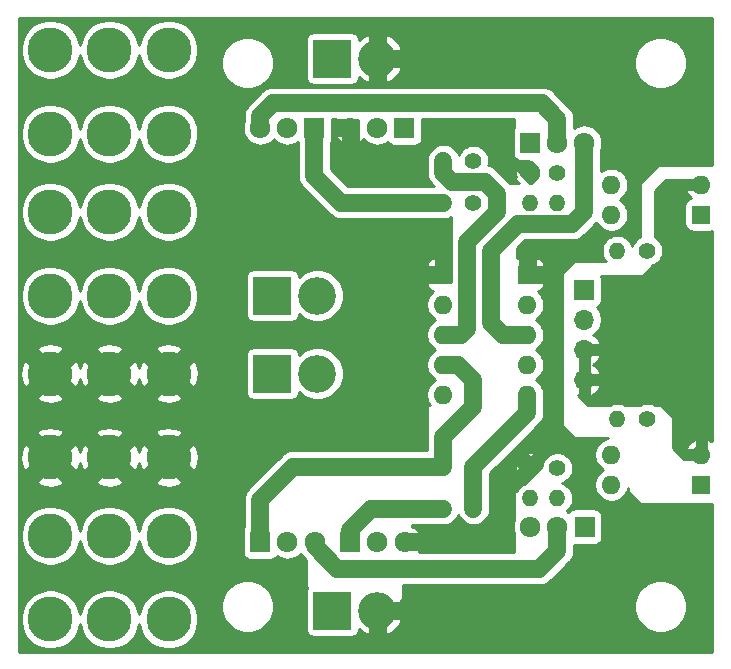
<source format=gbl>
G04 #@! TF.GenerationSoftware,KiCad,Pcbnew,(5.1.7)-1*
G04 #@! TF.CreationDate,2021-12-05T21:20:24+09:00*
G04 #@! TF.ProjectId,DMD-10,444d442d-3130-42e6-9b69-6361645f7063,rev?*
G04 #@! TF.SameCoordinates,Original*
G04 #@! TF.FileFunction,Copper,L2,Bot*
G04 #@! TF.FilePolarity,Positive*
%FSLAX46Y46*%
G04 Gerber Fmt 4.6, Leading zero omitted, Abs format (unit mm)*
G04 Created by KiCad (PCBNEW (5.1.7)-1) date 2021-12-05 21:20:24*
%MOMM*%
%LPD*%
G01*
G04 APERTURE LIST*
G04 #@! TA.AperFunction,ComponentPad*
%ADD10O,1.600000X1.600000*%
G04 #@! TD*
G04 #@! TA.AperFunction,ComponentPad*
%ADD11R,1.600000X1.600000*%
G04 #@! TD*
G04 #@! TA.AperFunction,ComponentPad*
%ADD12O,1.400000X1.400000*%
G04 #@! TD*
G04 #@! TA.AperFunction,ComponentPad*
%ADD13C,1.400000*%
G04 #@! TD*
G04 #@! TA.AperFunction,ComponentPad*
%ADD14O,1.717500X1.800000*%
G04 #@! TD*
G04 #@! TA.AperFunction,ComponentPad*
%ADD15R,1.717500X1.800000*%
G04 #@! TD*
G04 #@! TA.AperFunction,ComponentPad*
%ADD16C,3.800000*%
G04 #@! TD*
G04 #@! TA.AperFunction,ComponentPad*
%ADD17O,1.700000X1.700000*%
G04 #@! TD*
G04 #@! TA.AperFunction,ComponentPad*
%ADD18R,1.700000X1.700000*%
G04 #@! TD*
G04 #@! TA.AperFunction,ComponentPad*
%ADD19O,3.200000X3.200000*%
G04 #@! TD*
G04 #@! TA.AperFunction,ComponentPad*
%ADD20R,3.200000X3.200000*%
G04 #@! TD*
G04 #@! TA.AperFunction,Conductor*
%ADD21C,1.500000*%
G04 #@! TD*
G04 #@! TA.AperFunction,Conductor*
%ADD22C,0.254000*%
G04 #@! TD*
G04 #@! TA.AperFunction,Conductor*
%ADD23C,0.100000*%
G04 #@! TD*
G04 APERTURE END LIST*
D10*
G04 #@! TO.P,U2,4*
G04 #@! TO.N,Net-(D1-Pad1)*
X99630000Y-108502000D03*
G04 #@! TO.P,U2,2*
G04 #@! TO.N,GNDD*
X107250000Y-105962000D03*
G04 #@! TO.P,U2,3*
G04 #@! TO.N,Net-(R4-Pad1)*
X99630000Y-105962000D03*
D11*
G04 #@! TO.P,U2,1*
G04 #@! TO.N,Net-(R2-Pad1)*
X107250000Y-108502000D03*
G04 #@! TD*
D10*
G04 #@! TO.P,U1,4*
G04 #@! TO.N,Net-(D1-Pad1)*
X99630000Y-85642000D03*
G04 #@! TO.P,U1,2*
G04 #@! TO.N,GNDD*
X107250000Y-83102000D03*
G04 #@! TO.P,U1,3*
G04 #@! TO.N,Net-(R3-Pad1)*
X99630000Y-83102000D03*
D11*
G04 #@! TO.P,U1,1*
G04 #@! TO.N,Net-(R1-Pad1)*
X107250000Y-85642000D03*
G04 #@! TD*
G04 #@! TO.P,RN1,1*
G04 #@! TO.N,GNDPWR*
X92518000Y-90722000D03*
D10*
G04 #@! TO.P,RN1,2*
G04 #@! TO.N,Net-(R3-Pad1)*
X92518000Y-93262000D03*
G04 #@! TO.P,RN1,3*
G04 #@! TO.N,Net-(Q1-Pad3)*
X92518000Y-95802000D03*
G04 #@! TO.P,RN1,4*
G04 #@! TO.N,Net-(R4-Pad1)*
X92518000Y-98342000D03*
G04 #@! TO.P,RN1,5*
G04 #@! TO.N,Net-(Q2-Pad3)*
X92518000Y-100882000D03*
G04 #@! TD*
G04 #@! TO.P,RN2,5*
G04 #@! TO.N,Net-(Q6-Pad1)*
X85406000Y-100882000D03*
G04 #@! TO.P,RN2,4*
G04 #@! TO.N,Net-(Q5-Pad1)*
X85406000Y-98342000D03*
G04 #@! TO.P,RN2,3*
G04 #@! TO.N,Net-(Q4-Pad1)*
X85406000Y-95802000D03*
G04 #@! TO.P,RN2,2*
G04 #@! TO.N,Net-(Q3-Pad1)*
X85406000Y-93262000D03*
D11*
G04 #@! TO.P,RN2,1*
G04 #@! TO.N,GNDPWR*
X85406000Y-90722000D03*
G04 #@! TD*
D12*
G04 #@! TO.P,R10,2*
G04 #@! TO.N,Net-(Q6-Pad1)*
X85406000Y-110534000D03*
D13*
G04 #@! TO.P,R10,1*
G04 #@! TO.N,Net-(Q2-Pad3)*
X87946000Y-110534000D03*
G04 #@! TD*
D12*
G04 #@! TO.P,R9,2*
G04 #@! TO.N,Net-(Q5-Pad1)*
X85406000Y-106978000D03*
D13*
G04 #@! TO.P,R9,1*
G04 #@! TO.N,Net-(Q2-Pad3)*
X87946000Y-106978000D03*
G04 #@! TD*
D12*
G04 #@! TO.P,R8,2*
G04 #@! TO.N,Net-(Q4-Pad1)*
X85406000Y-81070000D03*
D13*
G04 #@! TO.P,R8,1*
G04 #@! TO.N,Net-(Q1-Pad3)*
X87946000Y-81070000D03*
G04 #@! TD*
D12*
G04 #@! TO.P,R7,2*
G04 #@! TO.N,Net-(Q3-Pad1)*
X85406000Y-84626000D03*
D13*
G04 #@! TO.P,R7,1*
G04 #@! TO.N,Net-(Q1-Pad3)*
X87946000Y-84626000D03*
G04 #@! TD*
D12*
G04 #@! TO.P,R6,2*
G04 #@! TO.N,Net-(Q2-Pad1)*
X92772000Y-109645000D03*
D13*
G04 #@! TO.P,R6,1*
G04 #@! TO.N,GNDPWR*
X92772000Y-107105000D03*
G04 #@! TD*
D12*
G04 #@! TO.P,R5,2*
G04 #@! TO.N,Net-(Q1-Pad1)*
X92772000Y-84626000D03*
D13*
G04 #@! TO.P,R5,1*
G04 #@! TO.N,GNDPWR*
X92772000Y-82086000D03*
G04 #@! TD*
D12*
G04 #@! TO.P,R4,2*
G04 #@! TO.N,Net-(Q2-Pad1)*
X95058000Y-109645000D03*
D13*
G04 #@! TO.P,R4,1*
G04 #@! TO.N,Net-(R4-Pad1)*
X95058000Y-107105000D03*
G04 #@! TD*
D12*
G04 #@! TO.P,R3,2*
G04 #@! TO.N,Net-(Q1-Pad1)*
X95058000Y-84626000D03*
D13*
G04 #@! TO.P,R3,1*
G04 #@! TO.N,Net-(R3-Pad1)*
X95058000Y-82086000D03*
G04 #@! TD*
D12*
G04 #@! TO.P,R2,2*
G04 #@! TO.N,Net-(J5-Pad2)*
X100138000Y-102914000D03*
D13*
G04 #@! TO.P,R2,1*
G04 #@! TO.N,Net-(R2-Pad1)*
X102678000Y-102914000D03*
G04 #@! TD*
D12*
G04 #@! TO.P,R1,2*
G04 #@! TO.N,Net-(J5-Pad1)*
X100138000Y-88690000D03*
D13*
G04 #@! TO.P,R1,1*
G04 #@! TO.N,Net-(R1-Pad1)*
X102678000Y-88690000D03*
G04 #@! TD*
D14*
G04 #@! TO.P,Q6,3*
G04 #@! TO.N,GNDPWR*
X82112000Y-113328000D03*
G04 #@! TO.P,Q6,2*
G04 #@! TO.N,Net-(D3-Pad2)*
X79822000Y-113328000D03*
D15*
G04 #@! TO.P,Q6,1*
G04 #@! TO.N,Net-(Q6-Pad1)*
X77532000Y-113328000D03*
G04 #@! TD*
D14*
G04 #@! TO.P,Q5,3*
G04 #@! TO.N,Net-(D1-Pad1)*
X74492000Y-113328000D03*
G04 #@! TO.P,Q5,2*
G04 #@! TO.N,Net-(D3-Pad2)*
X72202000Y-113328000D03*
D15*
G04 #@! TO.P,Q5,1*
G04 #@! TO.N,Net-(Q5-Pad1)*
X69912000Y-113328000D03*
G04 #@! TD*
D14*
G04 #@! TO.P,Q4,3*
G04 #@! TO.N,GNDPWR*
X77524000Y-78276000D03*
G04 #@! TO.P,Q4,2*
G04 #@! TO.N,Net-(D1-Pad2)*
X79814000Y-78276000D03*
D15*
G04 #@! TO.P,Q4,1*
G04 #@! TO.N,Net-(Q4-Pad1)*
X82104000Y-78276000D03*
G04 #@! TD*
D14*
G04 #@! TO.P,Q3,3*
G04 #@! TO.N,Net-(D1-Pad1)*
X69904000Y-78276000D03*
G04 #@! TO.P,Q3,2*
G04 #@! TO.N,Net-(D1-Pad2)*
X72194000Y-78276000D03*
D15*
G04 #@! TO.P,Q3,1*
G04 #@! TO.N,Net-(Q3-Pad1)*
X74484000Y-78276000D03*
G04 #@! TD*
D14*
G04 #@! TO.P,Q2,3*
G04 #@! TO.N,Net-(Q2-Pad3)*
X92772000Y-112058000D03*
G04 #@! TO.P,Q2,2*
G04 #@! TO.N,Net-(D1-Pad1)*
X95062000Y-112058000D03*
D15*
G04 #@! TO.P,Q2,1*
G04 #@! TO.N,Net-(Q2-Pad1)*
X97352000Y-112058000D03*
G04 #@! TD*
D14*
G04 #@! TO.P,Q1,3*
G04 #@! TO.N,Net-(Q1-Pad3)*
X97348000Y-79546000D03*
G04 #@! TO.P,Q1,2*
G04 #@! TO.N,Net-(D1-Pad1)*
X95058000Y-79546000D03*
D15*
G04 #@! TO.P,Q1,1*
G04 #@! TO.N,Net-(Q1-Pad1)*
X92768000Y-79546000D03*
G04 #@! TD*
D16*
G04 #@! TO.P,J4,1*
G04 #@! TO.N,Net-(D3-Pad2)*
X62132000Y-112820000D03*
X57132000Y-112820000D03*
X52132000Y-112820000D03*
X62132000Y-119920000D03*
X57132000Y-119920000D03*
X52132000Y-119920000D03*
G04 #@! TD*
G04 #@! TO.P,J1,1*
G04 #@! TO.N,Net-(D1-Pad2)*
X62132000Y-71684000D03*
X57132000Y-71684000D03*
X52132000Y-71684000D03*
X62132000Y-78784000D03*
X57132000Y-78784000D03*
X52132000Y-78784000D03*
G04 #@! TD*
D17*
G04 #@! TO.P,J5,4*
G04 #@! TO.N,GNDD*
X97344000Y-99612000D03*
G04 #@! TO.P,J5,3*
X97344000Y-97072000D03*
G04 #@! TO.P,J5,2*
G04 #@! TO.N,Net-(J5-Pad2)*
X97344000Y-94532000D03*
D18*
G04 #@! TO.P,J5,1*
G04 #@! TO.N,Net-(J5-Pad1)*
X97344000Y-91992000D03*
G04 #@! TD*
D16*
G04 #@! TO.P,J3,1*
G04 #@! TO.N,GNDPWR*
X62132000Y-99104000D03*
X57132000Y-99104000D03*
X52132000Y-99104000D03*
X62132000Y-106204000D03*
X57132000Y-106204000D03*
X52132000Y-106204000D03*
G04 #@! TD*
G04 #@! TO.P,J2,1*
G04 #@! TO.N,Net-(D1-Pad1)*
X62132000Y-85400000D03*
X57132000Y-85400000D03*
X52132000Y-85400000D03*
X62132000Y-92500000D03*
X57132000Y-92500000D03*
X52132000Y-92500000D03*
G04 #@! TD*
D19*
G04 #@! TO.P,D4,2*
G04 #@! TO.N,GNDPWR*
X79818000Y-119170000D03*
D20*
G04 #@! TO.P,D4,1*
G04 #@! TO.N,Net-(D3-Pad2)*
X76008000Y-119170000D03*
G04 #@! TD*
D19*
G04 #@! TO.P,D3,2*
G04 #@! TO.N,Net-(D3-Pad2)*
X74738000Y-99104000D03*
D20*
G04 #@! TO.P,D3,1*
G04 #@! TO.N,Net-(D1-Pad1)*
X70928000Y-99104000D03*
G04 #@! TD*
D19*
G04 #@! TO.P,D2,2*
G04 #@! TO.N,GNDPWR*
X79818000Y-72434000D03*
D20*
G04 #@! TO.P,D2,1*
G04 #@! TO.N,Net-(D1-Pad2)*
X76008000Y-72434000D03*
G04 #@! TD*
D19*
G04 #@! TO.P,D1,2*
G04 #@! TO.N,Net-(D1-Pad2)*
X74738000Y-92500000D03*
D20*
G04 #@! TO.P,D1,1*
G04 #@! TO.N,Net-(D1-Pad1)*
X70928000Y-92500000D03*
G04 #@! TD*
D21*
G04 #@! TO.N,Net-(D1-Pad1)*
X69904000Y-78276000D02*
X69904000Y-77268000D01*
X70965599Y-76206401D02*
X93750401Y-76206401D01*
X69904000Y-77268000D02*
X70965599Y-76206401D01*
X95058000Y-77514000D02*
X95058000Y-79546000D01*
X93750401Y-76206401D02*
X95058000Y-77514000D01*
X74492000Y-113671072D02*
X76434928Y-115614000D01*
X74492000Y-113328000D02*
X74492000Y-113671072D01*
X76434928Y-115614000D02*
X93534000Y-115614000D01*
X95062000Y-114086000D02*
X95062000Y-112058000D01*
X93534000Y-115614000D02*
X95062000Y-114086000D01*
G04 #@! TO.N,Net-(Q1-Pad3)*
X90486000Y-95802000D02*
X92518000Y-95802000D01*
X89470000Y-94786000D02*
X90486000Y-95802000D01*
X97348000Y-85384000D02*
X96328000Y-86404000D01*
X97348000Y-79546000D02*
X97348000Y-85384000D01*
X89470000Y-94786000D02*
X89470000Y-88690000D01*
X91756000Y-86404000D02*
X96328000Y-86404000D01*
X89470000Y-88690000D02*
X91756000Y-86404000D01*
G04 #@! TO.N,Net-(Q2-Pad3)*
X92518000Y-102406000D02*
X87946000Y-106978000D01*
X92518000Y-100882000D02*
X92518000Y-102406000D01*
X87946000Y-110534000D02*
X87946000Y-106978000D01*
G04 #@! TO.N,Net-(Q3-Pad1)*
X74484000Y-82340000D02*
X74484000Y-78276000D01*
X76770000Y-84626000D02*
X74484000Y-82340000D01*
X85406000Y-84626000D02*
X76770000Y-84626000D01*
G04 #@! TO.N,Net-(Q4-Pad1)*
X86930000Y-95802000D02*
X87438000Y-95294000D01*
X85406000Y-95802000D02*
X86930000Y-95802000D01*
X85406000Y-81070000D02*
X85406000Y-82086000D01*
X85406000Y-82086000D02*
X86168000Y-82848000D01*
X86168000Y-82848000D02*
X88962000Y-82848000D01*
X88962000Y-82848000D02*
X89978000Y-83864000D01*
X89978000Y-83864000D02*
X89978000Y-85388000D01*
X87438000Y-87928000D02*
X87438000Y-95294000D01*
X89978000Y-85388000D02*
X87438000Y-87928000D01*
G04 #@! TO.N,Net-(Q5-Pad1)*
X69912000Y-109772000D02*
X69912000Y-113328000D01*
X72706000Y-106978000D02*
X69912000Y-109772000D01*
X85406000Y-106978000D02*
X72706000Y-106978000D01*
X85406000Y-106978000D02*
X85406000Y-104438000D01*
X85406000Y-104438000D02*
X87946000Y-101898000D01*
X87946000Y-101898000D02*
X87946000Y-99612000D01*
X86676000Y-98342000D02*
X85406000Y-98342000D01*
X87946000Y-99612000D02*
X86676000Y-98342000D01*
G04 #@! TO.N,Net-(Q6-Pad1)*
X77532000Y-112312000D02*
X77532000Y-113328000D01*
X79310000Y-110534000D02*
X77532000Y-112312000D01*
X85406000Y-110534000D02*
X79310000Y-110534000D01*
G04 #@! TD*
D22*
G04 #@! TO.N,GNDPWR*
X108142000Y-81451000D02*
X103694000Y-81451000D01*
X103669224Y-81453440D01*
X103645399Y-81460667D01*
X103623443Y-81472403D01*
X103604197Y-81488197D01*
X102080197Y-83012197D01*
X102064403Y-83031443D01*
X102052667Y-83053399D01*
X102045440Y-83077224D01*
X102043000Y-83102000D01*
X102043000Y-87508704D01*
X101826987Y-87653038D01*
X101641038Y-87838987D01*
X101494939Y-88057641D01*
X101408000Y-88267530D01*
X101321061Y-88057641D01*
X101174962Y-87838987D01*
X100989013Y-87653038D01*
X100770359Y-87506939D01*
X100527405Y-87406304D01*
X100269486Y-87355000D01*
X100006514Y-87355000D01*
X99748595Y-87406304D01*
X99505641Y-87506939D01*
X99286987Y-87653038D01*
X99101038Y-87838987D01*
X98954939Y-88057641D01*
X98854304Y-88300595D01*
X98803000Y-88558514D01*
X98803000Y-88821486D01*
X98854304Y-89079405D01*
X98954939Y-89322359D01*
X99101038Y-89541013D01*
X99139025Y-89579000D01*
X96582000Y-89579000D01*
X96557224Y-89581440D01*
X96533399Y-89588667D01*
X96511443Y-89600403D01*
X96492197Y-89616197D01*
X95476197Y-90632197D01*
X95460403Y-90651443D01*
X95448667Y-90673399D01*
X95441440Y-90697224D01*
X95439000Y-90722000D01*
X95439000Y-103422000D01*
X95441440Y-103446776D01*
X95448667Y-103470601D01*
X95460403Y-103492557D01*
X95476197Y-103511803D01*
X96492197Y-104527803D01*
X96511443Y-104543597D01*
X96533399Y-104555333D01*
X96557224Y-104562560D01*
X96582000Y-104565000D01*
X99297629Y-104565000D01*
X99211426Y-104582147D01*
X98950273Y-104690320D01*
X98715241Y-104847363D01*
X98515363Y-105047241D01*
X98358320Y-105282273D01*
X98250147Y-105543426D01*
X98195000Y-105820665D01*
X98195000Y-106103335D01*
X98250147Y-106380574D01*
X98358320Y-106641727D01*
X98515363Y-106876759D01*
X98715241Y-107076637D01*
X98947759Y-107232000D01*
X98715241Y-107387363D01*
X98515363Y-107587241D01*
X98358320Y-107822273D01*
X98250147Y-108083426D01*
X98195000Y-108360665D01*
X98195000Y-108643335D01*
X98250147Y-108920574D01*
X98358320Y-109181727D01*
X98515363Y-109416759D01*
X98715241Y-109616637D01*
X98950273Y-109773680D01*
X99211426Y-109881853D01*
X99488665Y-109937000D01*
X99771335Y-109937000D01*
X100048574Y-109881853D01*
X100309727Y-109773680D01*
X100544759Y-109616637D01*
X100744637Y-109416759D01*
X100901680Y-109181727D01*
X101009853Y-108920574D01*
X101027000Y-108834371D01*
X101027000Y-109010000D01*
X101029440Y-109034776D01*
X101036667Y-109058601D01*
X101048403Y-109080557D01*
X101064197Y-109099803D01*
X102080197Y-110115803D01*
X102099443Y-110131597D01*
X102121399Y-110143333D01*
X102145224Y-110150560D01*
X102170000Y-110153000D01*
X108142001Y-110153000D01*
X108142001Y-122642000D01*
X49462000Y-122642000D01*
X49462000Y-119670324D01*
X49597000Y-119670324D01*
X49597000Y-120169676D01*
X49694418Y-120659432D01*
X49885512Y-121120773D01*
X50162937Y-121535968D01*
X50516032Y-121889063D01*
X50931227Y-122166488D01*
X51392568Y-122357582D01*
X51882324Y-122455000D01*
X52381676Y-122455000D01*
X52871432Y-122357582D01*
X53332773Y-122166488D01*
X53747968Y-121889063D01*
X54101063Y-121535968D01*
X54378488Y-121120773D01*
X54569582Y-120659432D01*
X54632000Y-120345634D01*
X54694418Y-120659432D01*
X54885512Y-121120773D01*
X55162937Y-121535968D01*
X55516032Y-121889063D01*
X55931227Y-122166488D01*
X56392568Y-122357582D01*
X56882324Y-122455000D01*
X57381676Y-122455000D01*
X57871432Y-122357582D01*
X58332773Y-122166488D01*
X58747968Y-121889063D01*
X59101063Y-121535968D01*
X59378488Y-121120773D01*
X59569582Y-120659432D01*
X59632000Y-120345634D01*
X59694418Y-120659432D01*
X59885512Y-121120773D01*
X60162937Y-121535968D01*
X60516032Y-121889063D01*
X60931227Y-122166488D01*
X61392568Y-122357582D01*
X61882324Y-122455000D01*
X62381676Y-122455000D01*
X62871432Y-122357582D01*
X63332773Y-122166488D01*
X63747968Y-121889063D01*
X64101063Y-121535968D01*
X64378488Y-121120773D01*
X64569582Y-120659432D01*
X64667000Y-120169676D01*
X64667000Y-119670324D01*
X64569582Y-119180568D01*
X64378488Y-118719227D01*
X64286711Y-118581872D01*
X66567000Y-118581872D01*
X66567000Y-119022128D01*
X66652890Y-119453925D01*
X66821369Y-119860669D01*
X67065962Y-120226729D01*
X67377271Y-120538038D01*
X67743331Y-120782631D01*
X68150075Y-120951110D01*
X68581872Y-121037000D01*
X69022128Y-121037000D01*
X69453925Y-120951110D01*
X69860669Y-120782631D01*
X70226729Y-120538038D01*
X70538038Y-120226729D01*
X70782631Y-119860669D01*
X70951110Y-119453925D01*
X71037000Y-119022128D01*
X71037000Y-118581872D01*
X70951110Y-118150075D01*
X70782631Y-117743331D01*
X70538038Y-117377271D01*
X70226729Y-117065962D01*
X69860669Y-116821369D01*
X69453925Y-116652890D01*
X69022128Y-116567000D01*
X68581872Y-116567000D01*
X68150075Y-116652890D01*
X67743331Y-116821369D01*
X67377271Y-117065962D01*
X67065962Y-117377271D01*
X66821369Y-117743331D01*
X66652890Y-118150075D01*
X66567000Y-118581872D01*
X64286711Y-118581872D01*
X64101063Y-118304032D01*
X63747968Y-117950937D01*
X63332773Y-117673512D01*
X62871432Y-117482418D01*
X62381676Y-117385000D01*
X61882324Y-117385000D01*
X61392568Y-117482418D01*
X60931227Y-117673512D01*
X60516032Y-117950937D01*
X60162937Y-118304032D01*
X59885512Y-118719227D01*
X59694418Y-119180568D01*
X59632000Y-119494366D01*
X59569582Y-119180568D01*
X59378488Y-118719227D01*
X59101063Y-118304032D01*
X58747968Y-117950937D01*
X58332773Y-117673512D01*
X57871432Y-117482418D01*
X57381676Y-117385000D01*
X56882324Y-117385000D01*
X56392568Y-117482418D01*
X55931227Y-117673512D01*
X55516032Y-117950937D01*
X55162937Y-118304032D01*
X54885512Y-118719227D01*
X54694418Y-119180568D01*
X54632000Y-119494366D01*
X54569582Y-119180568D01*
X54378488Y-118719227D01*
X54101063Y-118304032D01*
X53747968Y-117950937D01*
X53332773Y-117673512D01*
X52871432Y-117482418D01*
X52381676Y-117385000D01*
X51882324Y-117385000D01*
X51392568Y-117482418D01*
X50931227Y-117673512D01*
X50516032Y-117950937D01*
X50162937Y-118304032D01*
X49885512Y-118719227D01*
X49694418Y-119180568D01*
X49597000Y-119670324D01*
X49462000Y-119670324D01*
X49462000Y-112570324D01*
X49597000Y-112570324D01*
X49597000Y-113069676D01*
X49694418Y-113559432D01*
X49885512Y-114020773D01*
X50162937Y-114435968D01*
X50516032Y-114789063D01*
X50931227Y-115066488D01*
X51392568Y-115257582D01*
X51882324Y-115355000D01*
X52381676Y-115355000D01*
X52871432Y-115257582D01*
X53332773Y-115066488D01*
X53747968Y-114789063D01*
X54101063Y-114435968D01*
X54378488Y-114020773D01*
X54569582Y-113559432D01*
X54632000Y-113245634D01*
X54694418Y-113559432D01*
X54885512Y-114020773D01*
X55162937Y-114435968D01*
X55516032Y-114789063D01*
X55931227Y-115066488D01*
X56392568Y-115257582D01*
X56882324Y-115355000D01*
X57381676Y-115355000D01*
X57871432Y-115257582D01*
X58332773Y-115066488D01*
X58747968Y-114789063D01*
X59101063Y-114435968D01*
X59378488Y-114020773D01*
X59569582Y-113559432D01*
X59632000Y-113245634D01*
X59694418Y-113559432D01*
X59885512Y-114020773D01*
X60162937Y-114435968D01*
X60516032Y-114789063D01*
X60931227Y-115066488D01*
X61392568Y-115257582D01*
X61882324Y-115355000D01*
X62381676Y-115355000D01*
X62871432Y-115257582D01*
X63332773Y-115066488D01*
X63747968Y-114789063D01*
X64101063Y-114435968D01*
X64378488Y-114020773D01*
X64569582Y-113559432D01*
X64667000Y-113069676D01*
X64667000Y-112570324D01*
X64569582Y-112080568D01*
X64378488Y-111619227D01*
X64101063Y-111204032D01*
X63747968Y-110850937D01*
X63332773Y-110573512D01*
X62871432Y-110382418D01*
X62381676Y-110285000D01*
X61882324Y-110285000D01*
X61392568Y-110382418D01*
X60931227Y-110573512D01*
X60516032Y-110850937D01*
X60162937Y-111204032D01*
X59885512Y-111619227D01*
X59694418Y-112080568D01*
X59632000Y-112394366D01*
X59569582Y-112080568D01*
X59378488Y-111619227D01*
X59101063Y-111204032D01*
X58747968Y-110850937D01*
X58332773Y-110573512D01*
X57871432Y-110382418D01*
X57381676Y-110285000D01*
X56882324Y-110285000D01*
X56392568Y-110382418D01*
X55931227Y-110573512D01*
X55516032Y-110850937D01*
X55162937Y-111204032D01*
X54885512Y-111619227D01*
X54694418Y-112080568D01*
X54632000Y-112394366D01*
X54569582Y-112080568D01*
X54378488Y-111619227D01*
X54101063Y-111204032D01*
X53747968Y-110850937D01*
X53332773Y-110573512D01*
X52871432Y-110382418D01*
X52381676Y-110285000D01*
X51882324Y-110285000D01*
X51392568Y-110382418D01*
X50931227Y-110573512D01*
X50516032Y-110850937D01*
X50162937Y-111204032D01*
X49885512Y-111619227D01*
X49694418Y-112080568D01*
X49597000Y-112570324D01*
X49462000Y-112570324D01*
X49462000Y-108275000D01*
X50942055Y-108275000D01*
X51184243Y-108568386D01*
X51663723Y-108707854D01*
X52161198Y-108751099D01*
X52657551Y-108696461D01*
X53079757Y-108568386D01*
X53321945Y-108275000D01*
X55942055Y-108275000D01*
X56184243Y-108568386D01*
X56663723Y-108707854D01*
X57161198Y-108751099D01*
X57657551Y-108696461D01*
X58079757Y-108568386D01*
X58321945Y-108275000D01*
X60942055Y-108275000D01*
X61184243Y-108568386D01*
X61663723Y-108707854D01*
X62161198Y-108751099D01*
X62657551Y-108696461D01*
X63079757Y-108568386D01*
X63321945Y-108275000D01*
X62132000Y-107085055D01*
X60942055Y-108275000D01*
X58321945Y-108275000D01*
X57132000Y-107085055D01*
X55942055Y-108275000D01*
X53321945Y-108275000D01*
X52132000Y-107085055D01*
X50942055Y-108275000D01*
X49462000Y-108275000D01*
X49462000Y-106233198D01*
X49584901Y-106233198D01*
X49639539Y-106729551D01*
X49767614Y-107151757D01*
X50061000Y-107393945D01*
X51250945Y-106204000D01*
X53013055Y-106204000D01*
X54203000Y-107393945D01*
X54496386Y-107151757D01*
X54633954Y-106678811D01*
X54639539Y-106729551D01*
X54767614Y-107151757D01*
X55061000Y-107393945D01*
X56250945Y-106204000D01*
X58013055Y-106204000D01*
X59203000Y-107393945D01*
X59496386Y-107151757D01*
X59633954Y-106678811D01*
X59639539Y-106729551D01*
X59767614Y-107151757D01*
X60061000Y-107393945D01*
X61250945Y-106204000D01*
X63013055Y-106204000D01*
X64203000Y-107393945D01*
X64496386Y-107151757D01*
X64635854Y-106672277D01*
X64679099Y-106174802D01*
X64624461Y-105678449D01*
X64496386Y-105256243D01*
X64203000Y-105014055D01*
X63013055Y-106204000D01*
X61250945Y-106204000D01*
X60061000Y-105014055D01*
X59767614Y-105256243D01*
X59630046Y-105729189D01*
X59624461Y-105678449D01*
X59496386Y-105256243D01*
X59203000Y-105014055D01*
X58013055Y-106204000D01*
X56250945Y-106204000D01*
X55061000Y-105014055D01*
X54767614Y-105256243D01*
X54630046Y-105729189D01*
X54624461Y-105678449D01*
X54496386Y-105256243D01*
X54203000Y-105014055D01*
X53013055Y-106204000D01*
X51250945Y-106204000D01*
X50061000Y-105014055D01*
X49767614Y-105256243D01*
X49628146Y-105735723D01*
X49584901Y-106233198D01*
X49462000Y-106233198D01*
X49462000Y-104133000D01*
X50942055Y-104133000D01*
X52132000Y-105322945D01*
X53321945Y-104133000D01*
X55942055Y-104133000D01*
X57132000Y-105322945D01*
X58321945Y-104133000D01*
X60942055Y-104133000D01*
X62132000Y-105322945D01*
X63321945Y-104133000D01*
X63079757Y-103839614D01*
X62600277Y-103700146D01*
X62102802Y-103656901D01*
X61606449Y-103711539D01*
X61184243Y-103839614D01*
X60942055Y-104133000D01*
X58321945Y-104133000D01*
X58079757Y-103839614D01*
X57600277Y-103700146D01*
X57102802Y-103656901D01*
X56606449Y-103711539D01*
X56184243Y-103839614D01*
X55942055Y-104133000D01*
X53321945Y-104133000D01*
X53079757Y-103839614D01*
X52600277Y-103700146D01*
X52102802Y-103656901D01*
X51606449Y-103711539D01*
X51184243Y-103839614D01*
X50942055Y-104133000D01*
X49462000Y-104133000D01*
X49462000Y-101175000D01*
X50942055Y-101175000D01*
X51184243Y-101468386D01*
X51663723Y-101607854D01*
X52161198Y-101651099D01*
X52657551Y-101596461D01*
X53079757Y-101468386D01*
X53321945Y-101175000D01*
X55942055Y-101175000D01*
X56184243Y-101468386D01*
X56663723Y-101607854D01*
X57161198Y-101651099D01*
X57657551Y-101596461D01*
X58079757Y-101468386D01*
X58321945Y-101175000D01*
X60942055Y-101175000D01*
X61184243Y-101468386D01*
X61663723Y-101607854D01*
X62161198Y-101651099D01*
X62657551Y-101596461D01*
X63079757Y-101468386D01*
X63321945Y-101175000D01*
X62132000Y-99985055D01*
X60942055Y-101175000D01*
X58321945Y-101175000D01*
X57132000Y-99985055D01*
X55942055Y-101175000D01*
X53321945Y-101175000D01*
X52132000Y-99985055D01*
X50942055Y-101175000D01*
X49462000Y-101175000D01*
X49462000Y-99133198D01*
X49584901Y-99133198D01*
X49639539Y-99629551D01*
X49767614Y-100051757D01*
X50061000Y-100293945D01*
X51250945Y-99104000D01*
X53013055Y-99104000D01*
X54203000Y-100293945D01*
X54496386Y-100051757D01*
X54633954Y-99578811D01*
X54639539Y-99629551D01*
X54767614Y-100051757D01*
X55061000Y-100293945D01*
X56250945Y-99104000D01*
X58013055Y-99104000D01*
X59203000Y-100293945D01*
X59496386Y-100051757D01*
X59633954Y-99578811D01*
X59639539Y-99629551D01*
X59767614Y-100051757D01*
X60061000Y-100293945D01*
X61250945Y-99104000D01*
X63013055Y-99104000D01*
X64203000Y-100293945D01*
X64496386Y-100051757D01*
X64635854Y-99572277D01*
X64679099Y-99074802D01*
X64624461Y-98578449D01*
X64496386Y-98156243D01*
X64203000Y-97914055D01*
X63013055Y-99104000D01*
X61250945Y-99104000D01*
X60061000Y-97914055D01*
X59767614Y-98156243D01*
X59630046Y-98629189D01*
X59624461Y-98578449D01*
X59496386Y-98156243D01*
X59203000Y-97914055D01*
X58013055Y-99104000D01*
X56250945Y-99104000D01*
X55061000Y-97914055D01*
X54767614Y-98156243D01*
X54630046Y-98629189D01*
X54624461Y-98578449D01*
X54496386Y-98156243D01*
X54203000Y-97914055D01*
X53013055Y-99104000D01*
X51250945Y-99104000D01*
X50061000Y-97914055D01*
X49767614Y-98156243D01*
X49628146Y-98635723D01*
X49584901Y-99133198D01*
X49462000Y-99133198D01*
X49462000Y-97033000D01*
X50942055Y-97033000D01*
X52132000Y-98222945D01*
X53321945Y-97033000D01*
X55942055Y-97033000D01*
X57132000Y-98222945D01*
X58321945Y-97033000D01*
X60942055Y-97033000D01*
X62132000Y-98222945D01*
X62850945Y-97504000D01*
X68689928Y-97504000D01*
X68689928Y-100704000D01*
X68702188Y-100828482D01*
X68738498Y-100948180D01*
X68797463Y-101058494D01*
X68876815Y-101155185D01*
X68973506Y-101234537D01*
X69083820Y-101293502D01*
X69203518Y-101329812D01*
X69328000Y-101342072D01*
X72528000Y-101342072D01*
X72652482Y-101329812D01*
X72772180Y-101293502D01*
X72882494Y-101234537D01*
X72979185Y-101155185D01*
X73058537Y-101058494D01*
X73117502Y-100948180D01*
X73153812Y-100828482D01*
X73166072Y-100704000D01*
X73166072Y-100692839D01*
X73313271Y-100840038D01*
X73679331Y-101084631D01*
X74086075Y-101253110D01*
X74517872Y-101339000D01*
X74958128Y-101339000D01*
X75389925Y-101253110D01*
X75796669Y-101084631D01*
X76162729Y-100840038D01*
X76474038Y-100528729D01*
X76718631Y-100162669D01*
X76887110Y-99755925D01*
X76973000Y-99324128D01*
X76973000Y-98883872D01*
X76887110Y-98452075D01*
X76718631Y-98045331D01*
X76474038Y-97679271D01*
X76162729Y-97367962D01*
X75796669Y-97123369D01*
X75389925Y-96954890D01*
X74958128Y-96869000D01*
X74517872Y-96869000D01*
X74086075Y-96954890D01*
X73679331Y-97123369D01*
X73313271Y-97367962D01*
X73166072Y-97515161D01*
X73166072Y-97504000D01*
X73153812Y-97379518D01*
X73117502Y-97259820D01*
X73058537Y-97149506D01*
X72979185Y-97052815D01*
X72882494Y-96973463D01*
X72772180Y-96914498D01*
X72652482Y-96878188D01*
X72528000Y-96865928D01*
X69328000Y-96865928D01*
X69203518Y-96878188D01*
X69083820Y-96914498D01*
X68973506Y-96973463D01*
X68876815Y-97052815D01*
X68797463Y-97149506D01*
X68738498Y-97259820D01*
X68702188Y-97379518D01*
X68689928Y-97504000D01*
X62850945Y-97504000D01*
X63321945Y-97033000D01*
X63079757Y-96739614D01*
X62600277Y-96600146D01*
X62102802Y-96556901D01*
X61606449Y-96611539D01*
X61184243Y-96739614D01*
X60942055Y-97033000D01*
X58321945Y-97033000D01*
X58079757Y-96739614D01*
X57600277Y-96600146D01*
X57102802Y-96556901D01*
X56606449Y-96611539D01*
X56184243Y-96739614D01*
X55942055Y-97033000D01*
X53321945Y-97033000D01*
X53079757Y-96739614D01*
X52600277Y-96600146D01*
X52102802Y-96556901D01*
X51606449Y-96611539D01*
X51184243Y-96739614D01*
X50942055Y-97033000D01*
X49462000Y-97033000D01*
X49462000Y-92250324D01*
X49597000Y-92250324D01*
X49597000Y-92749676D01*
X49694418Y-93239432D01*
X49885512Y-93700773D01*
X50162937Y-94115968D01*
X50516032Y-94469063D01*
X50931227Y-94746488D01*
X51392568Y-94937582D01*
X51882324Y-95035000D01*
X52381676Y-95035000D01*
X52871432Y-94937582D01*
X53332773Y-94746488D01*
X53747968Y-94469063D01*
X54101063Y-94115968D01*
X54378488Y-93700773D01*
X54569582Y-93239432D01*
X54632000Y-92925634D01*
X54694418Y-93239432D01*
X54885512Y-93700773D01*
X55162937Y-94115968D01*
X55516032Y-94469063D01*
X55931227Y-94746488D01*
X56392568Y-94937582D01*
X56882324Y-95035000D01*
X57381676Y-95035000D01*
X57871432Y-94937582D01*
X58332773Y-94746488D01*
X58747968Y-94469063D01*
X59101063Y-94115968D01*
X59378488Y-93700773D01*
X59569582Y-93239432D01*
X59632000Y-92925634D01*
X59694418Y-93239432D01*
X59885512Y-93700773D01*
X60162937Y-94115968D01*
X60516032Y-94469063D01*
X60931227Y-94746488D01*
X61392568Y-94937582D01*
X61882324Y-95035000D01*
X62381676Y-95035000D01*
X62871432Y-94937582D01*
X63332773Y-94746488D01*
X63747968Y-94469063D01*
X64101063Y-94115968D01*
X64378488Y-93700773D01*
X64569582Y-93239432D01*
X64667000Y-92749676D01*
X64667000Y-92250324D01*
X64569582Y-91760568D01*
X64378488Y-91299227D01*
X64111733Y-90900000D01*
X68689928Y-90900000D01*
X68689928Y-94100000D01*
X68702188Y-94224482D01*
X68738498Y-94344180D01*
X68797463Y-94454494D01*
X68876815Y-94551185D01*
X68973506Y-94630537D01*
X69083820Y-94689502D01*
X69203518Y-94725812D01*
X69328000Y-94738072D01*
X72528000Y-94738072D01*
X72652482Y-94725812D01*
X72772180Y-94689502D01*
X72882494Y-94630537D01*
X72979185Y-94551185D01*
X73058537Y-94454494D01*
X73117502Y-94344180D01*
X73153812Y-94224482D01*
X73166072Y-94100000D01*
X73166072Y-94088839D01*
X73313271Y-94236038D01*
X73679331Y-94480631D01*
X74086075Y-94649110D01*
X74517872Y-94735000D01*
X74958128Y-94735000D01*
X75389925Y-94649110D01*
X75796669Y-94480631D01*
X76162729Y-94236038D01*
X76474038Y-93924729D01*
X76718631Y-93558669D01*
X76887110Y-93151925D01*
X76973000Y-92720128D01*
X76973000Y-92279872D01*
X76887110Y-91848075D01*
X76718631Y-91441331D01*
X76474038Y-91075271D01*
X76162729Y-90763962D01*
X75796669Y-90519369D01*
X75389925Y-90350890D01*
X74958128Y-90265000D01*
X74517872Y-90265000D01*
X74086075Y-90350890D01*
X73679331Y-90519369D01*
X73313271Y-90763962D01*
X73166072Y-90911161D01*
X73166072Y-90900000D01*
X73153812Y-90775518D01*
X73117502Y-90655820D01*
X73058537Y-90545506D01*
X72979185Y-90448815D01*
X72882494Y-90369463D01*
X72772180Y-90310498D01*
X72652482Y-90274188D01*
X72528000Y-90261928D01*
X69328000Y-90261928D01*
X69203518Y-90274188D01*
X69083820Y-90310498D01*
X68973506Y-90369463D01*
X68876815Y-90448815D01*
X68797463Y-90545506D01*
X68738498Y-90655820D01*
X68702188Y-90775518D01*
X68689928Y-90900000D01*
X64111733Y-90900000D01*
X64101063Y-90884032D01*
X63747968Y-90530937D01*
X63332773Y-90253512D01*
X62871432Y-90062418D01*
X62381676Y-89965000D01*
X61882324Y-89965000D01*
X61392568Y-90062418D01*
X60931227Y-90253512D01*
X60516032Y-90530937D01*
X60162937Y-90884032D01*
X59885512Y-91299227D01*
X59694418Y-91760568D01*
X59632000Y-92074366D01*
X59569582Y-91760568D01*
X59378488Y-91299227D01*
X59101063Y-90884032D01*
X58747968Y-90530937D01*
X58332773Y-90253512D01*
X57871432Y-90062418D01*
X57381676Y-89965000D01*
X56882324Y-89965000D01*
X56392568Y-90062418D01*
X55931227Y-90253512D01*
X55516032Y-90530937D01*
X55162937Y-90884032D01*
X54885512Y-91299227D01*
X54694418Y-91760568D01*
X54632000Y-92074366D01*
X54569582Y-91760568D01*
X54378488Y-91299227D01*
X54101063Y-90884032D01*
X53747968Y-90530937D01*
X53332773Y-90253512D01*
X52871432Y-90062418D01*
X52381676Y-89965000D01*
X51882324Y-89965000D01*
X51392568Y-90062418D01*
X50931227Y-90253512D01*
X50516032Y-90530937D01*
X50162937Y-90884032D01*
X49885512Y-91299227D01*
X49694418Y-91760568D01*
X49597000Y-92250324D01*
X49462000Y-92250324D01*
X49462000Y-89922000D01*
X83967928Y-89922000D01*
X83971000Y-89940250D01*
X84129750Y-90099000D01*
X84783000Y-90099000D01*
X84783000Y-89445750D01*
X84624250Y-89287000D01*
X84606000Y-89283928D01*
X84481518Y-89296188D01*
X84361820Y-89332498D01*
X84251506Y-89391463D01*
X84154815Y-89470815D01*
X84075463Y-89567506D01*
X84016498Y-89677820D01*
X83980188Y-89797518D01*
X83967928Y-89922000D01*
X49462000Y-89922000D01*
X49462000Y-85150324D01*
X49597000Y-85150324D01*
X49597000Y-85649676D01*
X49694418Y-86139432D01*
X49885512Y-86600773D01*
X50162937Y-87015968D01*
X50516032Y-87369063D01*
X50931227Y-87646488D01*
X51392568Y-87837582D01*
X51882324Y-87935000D01*
X52381676Y-87935000D01*
X52871432Y-87837582D01*
X53332773Y-87646488D01*
X53747968Y-87369063D01*
X54101063Y-87015968D01*
X54378488Y-86600773D01*
X54569582Y-86139432D01*
X54632000Y-85825634D01*
X54694418Y-86139432D01*
X54885512Y-86600773D01*
X55162937Y-87015968D01*
X55516032Y-87369063D01*
X55931227Y-87646488D01*
X56392568Y-87837582D01*
X56882324Y-87935000D01*
X57381676Y-87935000D01*
X57871432Y-87837582D01*
X58332773Y-87646488D01*
X58747968Y-87369063D01*
X59101063Y-87015968D01*
X59378488Y-86600773D01*
X59569582Y-86139432D01*
X59632000Y-85825634D01*
X59694418Y-86139432D01*
X59885512Y-86600773D01*
X60162937Y-87015968D01*
X60516032Y-87369063D01*
X60931227Y-87646488D01*
X61392568Y-87837582D01*
X61882324Y-87935000D01*
X62381676Y-87935000D01*
X62871432Y-87837582D01*
X63332773Y-87646488D01*
X63747968Y-87369063D01*
X64101063Y-87015968D01*
X64378488Y-86600773D01*
X64569582Y-86139432D01*
X64667000Y-85649676D01*
X64667000Y-85150324D01*
X64569582Y-84660568D01*
X64378488Y-84199227D01*
X64101063Y-83784032D01*
X63747968Y-83430937D01*
X63332773Y-83153512D01*
X62871432Y-82962418D01*
X62381676Y-82865000D01*
X61882324Y-82865000D01*
X61392568Y-82962418D01*
X60931227Y-83153512D01*
X60516032Y-83430937D01*
X60162937Y-83784032D01*
X59885512Y-84199227D01*
X59694418Y-84660568D01*
X59632000Y-84974366D01*
X59569582Y-84660568D01*
X59378488Y-84199227D01*
X59101063Y-83784032D01*
X58747968Y-83430937D01*
X58332773Y-83153512D01*
X57871432Y-82962418D01*
X57381676Y-82865000D01*
X56882324Y-82865000D01*
X56392568Y-82962418D01*
X55931227Y-83153512D01*
X55516032Y-83430937D01*
X55162937Y-83784032D01*
X54885512Y-84199227D01*
X54694418Y-84660568D01*
X54632000Y-84974366D01*
X54569582Y-84660568D01*
X54378488Y-84199227D01*
X54101063Y-83784032D01*
X53747968Y-83430937D01*
X53332773Y-83153512D01*
X52871432Y-82962418D01*
X52381676Y-82865000D01*
X51882324Y-82865000D01*
X51392568Y-82962418D01*
X50931227Y-83153512D01*
X50516032Y-83430937D01*
X50162937Y-83784032D01*
X49885512Y-84199227D01*
X49694418Y-84660568D01*
X49597000Y-85150324D01*
X49462000Y-85150324D01*
X49462000Y-78534324D01*
X49597000Y-78534324D01*
X49597000Y-79033676D01*
X49694418Y-79523432D01*
X49885512Y-79984773D01*
X50162937Y-80399968D01*
X50516032Y-80753063D01*
X50931227Y-81030488D01*
X51392568Y-81221582D01*
X51882324Y-81319000D01*
X52381676Y-81319000D01*
X52871432Y-81221582D01*
X53332773Y-81030488D01*
X53747968Y-80753063D01*
X54101063Y-80399968D01*
X54378488Y-79984773D01*
X54569582Y-79523432D01*
X54632000Y-79209634D01*
X54694418Y-79523432D01*
X54885512Y-79984773D01*
X55162937Y-80399968D01*
X55516032Y-80753063D01*
X55931227Y-81030488D01*
X56392568Y-81221582D01*
X56882324Y-81319000D01*
X57381676Y-81319000D01*
X57871432Y-81221582D01*
X58332773Y-81030488D01*
X58747968Y-80753063D01*
X59101063Y-80399968D01*
X59378488Y-79984773D01*
X59569582Y-79523432D01*
X59632000Y-79209634D01*
X59694418Y-79523432D01*
X59885512Y-79984773D01*
X60162937Y-80399968D01*
X60516032Y-80753063D01*
X60931227Y-81030488D01*
X61392568Y-81221582D01*
X61882324Y-81319000D01*
X62381676Y-81319000D01*
X62871432Y-81221582D01*
X63332773Y-81030488D01*
X63747968Y-80753063D01*
X64101063Y-80399968D01*
X64378488Y-79984773D01*
X64569582Y-79523432D01*
X64667000Y-79033676D01*
X64667000Y-78534324D01*
X64592816Y-78161373D01*
X68410250Y-78161373D01*
X68410250Y-78390626D01*
X68431864Y-78610075D01*
X68517278Y-78891648D01*
X68655983Y-79151147D01*
X68842649Y-79378601D01*
X69070102Y-79565267D01*
X69329601Y-79703972D01*
X69611174Y-79789386D01*
X69904000Y-79818227D01*
X70196825Y-79789386D01*
X70478398Y-79703972D01*
X70737897Y-79565267D01*
X70965351Y-79378601D01*
X71049000Y-79276674D01*
X71132649Y-79378601D01*
X71360102Y-79565267D01*
X71619601Y-79703972D01*
X71901174Y-79789386D01*
X72194000Y-79818227D01*
X72486825Y-79789386D01*
X72768398Y-79703972D01*
X73027897Y-79565267D01*
X73087259Y-79516550D01*
X73094713Y-79530494D01*
X73099001Y-79535719D01*
X73099000Y-82271971D01*
X73092300Y-82340000D01*
X73099000Y-82408029D01*
X73099000Y-82408036D01*
X73107963Y-82499040D01*
X73119040Y-82611507D01*
X73190780Y-82848000D01*
X73198236Y-82872580D01*
X73320864Y-83102000D01*
X73326844Y-83113188D01*
X73454766Y-83269061D01*
X73499919Y-83324080D01*
X73552765Y-83367450D01*
X75742550Y-85557236D01*
X75785919Y-85610081D01*
X75838764Y-85653450D01*
X75838766Y-85653452D01*
X75910786Y-85712557D01*
X75996812Y-85783157D01*
X76237419Y-85911764D01*
X76498493Y-85990960D01*
X76701963Y-86011000D01*
X76701972Y-86011000D01*
X76769999Y-86017700D01*
X76838026Y-86011000D01*
X85474037Y-86011000D01*
X85677507Y-85990960D01*
X85938581Y-85911764D01*
X86041000Y-85857020D01*
X86041000Y-89433750D01*
X86029000Y-89445750D01*
X86029000Y-90099000D01*
X86049000Y-90099000D01*
X86049000Y-91345000D01*
X86029000Y-91345000D01*
X86029000Y-91365000D01*
X84783000Y-91365000D01*
X84783000Y-91345000D01*
X84129750Y-91345000D01*
X83971000Y-91503750D01*
X83967928Y-91522000D01*
X83980188Y-91646482D01*
X84016498Y-91766180D01*
X84075463Y-91876494D01*
X84154815Y-91973185D01*
X84251506Y-92052537D01*
X84361820Y-92111502D01*
X84481518Y-92147812D01*
X84489961Y-92148643D01*
X84291363Y-92347241D01*
X84134320Y-92582273D01*
X84026147Y-92843426D01*
X83971000Y-93120665D01*
X83971000Y-93403335D01*
X84026147Y-93680574D01*
X84134320Y-93941727D01*
X84291363Y-94176759D01*
X84491241Y-94376637D01*
X84723759Y-94532000D01*
X84491241Y-94687363D01*
X84291363Y-94887241D01*
X84134320Y-95122273D01*
X84026147Y-95383426D01*
X83971000Y-95660665D01*
X83971000Y-95943335D01*
X84026147Y-96220574D01*
X84134320Y-96481727D01*
X84291363Y-96716759D01*
X84491241Y-96916637D01*
X84723759Y-97072000D01*
X84491241Y-97227363D01*
X84291363Y-97427241D01*
X84134320Y-97662273D01*
X84026147Y-97923426D01*
X83971000Y-98200665D01*
X83971000Y-98483335D01*
X84026147Y-98760574D01*
X84134320Y-99021727D01*
X84291363Y-99256759D01*
X84491241Y-99456637D01*
X84723759Y-99612000D01*
X84491241Y-99767363D01*
X84291363Y-99967241D01*
X84134320Y-100202273D01*
X84026147Y-100463426D01*
X83971000Y-100740665D01*
X83971000Y-101023335D01*
X84026147Y-101300574D01*
X84134320Y-101561727D01*
X84279651Y-101779230D01*
X84143458Y-101771219D01*
X84111224Y-101773440D01*
X84087399Y-101780667D01*
X84065443Y-101792403D01*
X84046197Y-101808197D01*
X84030403Y-101827443D01*
X84018667Y-101849399D01*
X84011440Y-101873224D01*
X84009000Y-101898000D01*
X84009000Y-105593000D01*
X72774029Y-105593000D01*
X72706000Y-105586300D01*
X72637971Y-105593000D01*
X72637963Y-105593000D01*
X72434493Y-105613040D01*
X72173419Y-105692236D01*
X71932812Y-105820843D01*
X71774766Y-105950548D01*
X71774764Y-105950550D01*
X71721919Y-105993919D01*
X71678550Y-106046764D01*
X68980765Y-108744550D01*
X68927919Y-108787920D01*
X68754843Y-108998813D01*
X68626341Y-109239224D01*
X68626236Y-109239420D01*
X68607253Y-109302000D01*
X68547040Y-109500494D01*
X68527000Y-109703964D01*
X68527000Y-109703971D01*
X68520300Y-109772000D01*
X68527000Y-109840029D01*
X68527001Y-112068281D01*
X68522713Y-112073506D01*
X68463748Y-112183820D01*
X68427438Y-112303518D01*
X68415178Y-112428000D01*
X68415178Y-114228000D01*
X68427438Y-114352482D01*
X68463748Y-114472180D01*
X68522713Y-114582494D01*
X68602065Y-114679185D01*
X68698756Y-114758537D01*
X68809070Y-114817502D01*
X68928768Y-114853812D01*
X69053250Y-114866072D01*
X70770750Y-114866072D01*
X70895232Y-114853812D01*
X71014930Y-114817502D01*
X71125244Y-114758537D01*
X71221935Y-114679185D01*
X71301287Y-114582494D01*
X71308741Y-114568550D01*
X71368103Y-114617267D01*
X71627602Y-114755972D01*
X71909175Y-114841386D01*
X72202000Y-114870227D01*
X72494826Y-114841386D01*
X72776399Y-114755972D01*
X73035898Y-114617267D01*
X73263351Y-114430601D01*
X73302224Y-114383234D01*
X73334843Y-114444260D01*
X73414693Y-114541557D01*
X73453082Y-114588333D01*
X73507920Y-114655153D01*
X73560764Y-114698521D01*
X73787000Y-114924757D01*
X73787000Y-117094000D01*
X73789440Y-117118776D01*
X73796667Y-117142601D01*
X73808403Y-117164557D01*
X73824197Y-117183803D01*
X73843443Y-117199597D01*
X73865399Y-117211333D01*
X73877800Y-117215095D01*
X73877463Y-117215506D01*
X73818498Y-117325820D01*
X73782188Y-117445518D01*
X73769928Y-117570000D01*
X73769928Y-120770000D01*
X73782188Y-120894482D01*
X73818498Y-121014180D01*
X73877463Y-121124494D01*
X73956815Y-121221185D01*
X74053506Y-121300537D01*
X74163820Y-121359502D01*
X74283518Y-121395812D01*
X74408000Y-121408072D01*
X77608000Y-121408072D01*
X77732482Y-121395812D01*
X77852180Y-121359502D01*
X77962494Y-121300537D01*
X78059185Y-121221185D01*
X78138537Y-121124494D01*
X78197502Y-121014180D01*
X78233812Y-120894482D01*
X78246072Y-120770000D01*
X78246072Y-120747500D01*
X78490590Y-120968132D01*
X78866894Y-121192546D01*
X79195000Y-121157681D01*
X79195000Y-119793000D01*
X80441000Y-119793000D01*
X80441000Y-121157681D01*
X80769106Y-121192546D01*
X81145410Y-120968132D01*
X81470702Y-120674617D01*
X81732482Y-120323280D01*
X81840530Y-120121103D01*
X81798577Y-119793000D01*
X80441000Y-119793000D01*
X79195000Y-119793000D01*
X79175000Y-119793000D01*
X79175000Y-118581872D01*
X101567000Y-118581872D01*
X101567000Y-119022128D01*
X101652890Y-119453925D01*
X101821369Y-119860669D01*
X102065962Y-120226729D01*
X102377271Y-120538038D01*
X102743331Y-120782631D01*
X103150075Y-120951110D01*
X103581872Y-121037000D01*
X104022128Y-121037000D01*
X104453925Y-120951110D01*
X104860669Y-120782631D01*
X105226729Y-120538038D01*
X105538038Y-120226729D01*
X105782631Y-119860669D01*
X105951110Y-119453925D01*
X106037000Y-119022128D01*
X106037000Y-118581872D01*
X105951110Y-118150075D01*
X105782631Y-117743331D01*
X105538038Y-117377271D01*
X105226729Y-117065962D01*
X104860669Y-116821369D01*
X104453925Y-116652890D01*
X104022128Y-116567000D01*
X103581872Y-116567000D01*
X103150075Y-116652890D01*
X102743331Y-116821369D01*
X102377271Y-117065962D01*
X102065962Y-117377271D01*
X101821369Y-117743331D01*
X101652890Y-118150075D01*
X101567000Y-118581872D01*
X79175000Y-118581872D01*
X79175000Y-118547000D01*
X79195000Y-118547000D01*
X79195000Y-118527000D01*
X80441000Y-118527000D01*
X80441000Y-118547000D01*
X81798577Y-118547000D01*
X81832589Y-118281000D01*
X81850000Y-118281000D01*
X81874776Y-118278560D01*
X81898601Y-118271333D01*
X81920557Y-118259597D01*
X81939803Y-118243803D01*
X81955597Y-118224557D01*
X81967333Y-118202601D01*
X81974560Y-118178776D01*
X81977000Y-118154000D01*
X81977000Y-116999000D01*
X93465971Y-116999000D01*
X93534000Y-117005700D01*
X93602029Y-116999000D01*
X93602037Y-116999000D01*
X93805507Y-116978960D01*
X94066581Y-116899764D01*
X94307188Y-116771157D01*
X94518081Y-116598081D01*
X94561454Y-116545231D01*
X95993241Y-115113445D01*
X96046080Y-115070081D01*
X96089445Y-115017241D01*
X96089452Y-115017234D01*
X96219156Y-114859189D01*
X96219157Y-114859188D01*
X96347764Y-114618581D01*
X96426960Y-114357507D01*
X96447000Y-114154037D01*
X96447000Y-114154028D01*
X96453700Y-114086001D01*
X96447000Y-114017974D01*
X96447000Y-113591517D01*
X96493250Y-113596072D01*
X98210750Y-113596072D01*
X98335232Y-113583812D01*
X98454930Y-113547502D01*
X98565244Y-113488537D01*
X98661935Y-113409185D01*
X98741287Y-113312494D01*
X98800252Y-113202180D01*
X98836562Y-113082482D01*
X98848822Y-112958000D01*
X98848822Y-111158000D01*
X98836562Y-111033518D01*
X98800252Y-110913820D01*
X98741287Y-110803506D01*
X98661935Y-110706815D01*
X98565244Y-110627463D01*
X98454930Y-110568498D01*
X98335232Y-110532188D01*
X98210750Y-110519928D01*
X96493250Y-110519928D01*
X96368768Y-110532188D01*
X96249070Y-110568498D01*
X96138756Y-110627463D01*
X96042065Y-110706815D01*
X95962713Y-110803506D01*
X95955260Y-110817450D01*
X95895898Y-110768733D01*
X95831037Y-110734064D01*
X95909013Y-110681962D01*
X96094962Y-110496013D01*
X96241061Y-110277359D01*
X96341696Y-110034405D01*
X96393000Y-109776486D01*
X96393000Y-109513514D01*
X96341696Y-109255595D01*
X96241061Y-109012641D01*
X96094962Y-108793987D01*
X95909013Y-108608038D01*
X95690359Y-108461939D01*
X95480470Y-108375000D01*
X95690359Y-108288061D01*
X95909013Y-108141962D01*
X96094962Y-107956013D01*
X96241061Y-107737359D01*
X96341696Y-107494405D01*
X96393000Y-107236486D01*
X96393000Y-106973514D01*
X96341696Y-106715595D01*
X96241061Y-106472641D01*
X96094962Y-106253987D01*
X95909013Y-106068038D01*
X95690359Y-105921939D01*
X95447405Y-105821304D01*
X95189486Y-105770000D01*
X94926514Y-105770000D01*
X94668595Y-105821304D01*
X94425641Y-105921939D01*
X94206987Y-106068038D01*
X94021038Y-106253987D01*
X93874939Y-106472641D01*
X93774304Y-106715595D01*
X93725277Y-106962067D01*
X93582344Y-107105000D01*
X93616584Y-107139240D01*
X92773827Y-107917171D01*
X92772000Y-107915344D01*
X92726336Y-107961008D01*
X92219493Y-108428863D01*
X92139641Y-108461939D01*
X91920987Y-108608038D01*
X91735038Y-108793987D01*
X91591952Y-109008132D01*
X91415858Y-109170680D01*
X91396403Y-109193443D01*
X91384667Y-109215399D01*
X91377440Y-109239224D01*
X91375000Y-109264000D01*
X91375000Y-111476233D01*
X91299864Y-111723924D01*
X91278250Y-111943373D01*
X91278250Y-112172626D01*
X91299864Y-112392075D01*
X91375000Y-112639766D01*
X91375000Y-114229000D01*
X83316186Y-114229000D01*
X83371249Y-114157697D01*
X83320336Y-113951000D01*
X82735000Y-113951000D01*
X82735000Y-113971000D01*
X81977000Y-113971000D01*
X81977000Y-112685000D01*
X82735000Y-112685000D01*
X82735000Y-112705000D01*
X83320336Y-112705000D01*
X83371249Y-112498303D01*
X83193235Y-112267785D01*
X82973669Y-112076426D01*
X82939710Y-112043293D01*
X82735002Y-112106031D01*
X82735002Y-111919000D01*
X85474037Y-111919000D01*
X85677507Y-111898960D01*
X85938581Y-111819764D01*
X86179188Y-111691157D01*
X86390081Y-111518081D01*
X86563157Y-111307188D01*
X86676000Y-111096073D01*
X86788843Y-111307187D01*
X86961919Y-111518080D01*
X87172812Y-111691157D01*
X87413419Y-111819764D01*
X87674493Y-111898960D01*
X87946000Y-111925701D01*
X88217506Y-111898960D01*
X88478580Y-111819764D01*
X88719187Y-111691157D01*
X88930080Y-111518081D01*
X89103157Y-111307188D01*
X89231764Y-111066581D01*
X89310960Y-110805507D01*
X89331000Y-110602037D01*
X89331000Y-107551685D01*
X89765121Y-107117564D01*
X91430600Y-107117564D01*
X91453924Y-107354372D01*
X91635230Y-107431426D01*
X91961656Y-107105000D01*
X91635230Y-106778574D01*
X91453924Y-106855628D01*
X91430600Y-107117564D01*
X89765121Y-107117564D01*
X90914455Y-105968230D01*
X92445574Y-105968230D01*
X92772000Y-106294656D01*
X93098426Y-105968230D01*
X93021372Y-105786924D01*
X92759436Y-105763600D01*
X92522628Y-105786924D01*
X92445574Y-105968230D01*
X90914455Y-105968230D01*
X93449236Y-103433450D01*
X93502081Y-103390081D01*
X93573215Y-103303405D01*
X93637641Y-103224901D01*
X93675157Y-103179188D01*
X93803764Y-102938581D01*
X93882960Y-102677507D01*
X93903000Y-102474037D01*
X93903000Y-102474028D01*
X93909700Y-102406001D01*
X93903000Y-102337974D01*
X93903000Y-101274699D01*
X93953000Y-101023335D01*
X93953000Y-100740665D01*
X93897853Y-100463426D01*
X93789680Y-100202273D01*
X93632637Y-99967241D01*
X93432759Y-99767363D01*
X93200241Y-99612000D01*
X93432759Y-99456637D01*
X93632637Y-99256759D01*
X93789680Y-99021727D01*
X93897853Y-98760574D01*
X93953000Y-98483335D01*
X93953000Y-98200665D01*
X93897853Y-97923426D01*
X93789680Y-97662273D01*
X93632637Y-97427241D01*
X93432759Y-97227363D01*
X93200241Y-97072000D01*
X93432759Y-96916637D01*
X93632637Y-96716759D01*
X93789680Y-96481727D01*
X93897853Y-96220574D01*
X93953000Y-95943335D01*
X93953000Y-95660665D01*
X93897853Y-95383426D01*
X93789680Y-95122273D01*
X93632637Y-94887241D01*
X93432759Y-94687363D01*
X93200241Y-94532000D01*
X93432759Y-94376637D01*
X93632637Y-94176759D01*
X93789680Y-93941727D01*
X93897853Y-93680574D01*
X93953000Y-93403335D01*
X93953000Y-93120665D01*
X93897853Y-92843426D01*
X93789680Y-92582273D01*
X93632637Y-92347241D01*
X93434039Y-92148643D01*
X93442482Y-92147812D01*
X93562180Y-92111502D01*
X93672494Y-92052537D01*
X93769185Y-91973185D01*
X93848537Y-91876494D01*
X93907502Y-91766180D01*
X93943812Y-91646482D01*
X93956072Y-91522000D01*
X93953000Y-91503750D01*
X93794250Y-91345000D01*
X93141000Y-91345000D01*
X93141000Y-91365000D01*
X91895000Y-91365000D01*
X91895000Y-91345000D01*
X91875000Y-91345000D01*
X91875000Y-90099000D01*
X91895000Y-90099000D01*
X91895000Y-89445750D01*
X93141000Y-89445750D01*
X93141000Y-90099000D01*
X93794250Y-90099000D01*
X93953000Y-89940250D01*
X93956072Y-89922000D01*
X93943812Y-89797518D01*
X93907502Y-89677820D01*
X93848537Y-89567506D01*
X93769185Y-89470815D01*
X93672494Y-89391463D01*
X93562180Y-89332498D01*
X93442482Y-89296188D01*
X93318000Y-89283928D01*
X93299750Y-89287000D01*
X93141000Y-89445750D01*
X91895000Y-89445750D01*
X91736250Y-89287000D01*
X91718000Y-89283928D01*
X91629000Y-89292693D01*
X91629000Y-88489686D01*
X92329686Y-87789000D01*
X96259971Y-87789000D01*
X96328000Y-87795700D01*
X96396029Y-87789000D01*
X96396037Y-87789000D01*
X96599507Y-87768960D01*
X96860581Y-87689764D01*
X97101188Y-87561157D01*
X97312081Y-87388081D01*
X97355454Y-87335231D01*
X98279236Y-86411450D01*
X98332081Y-86368081D01*
X98363617Y-86329654D01*
X98515363Y-86556759D01*
X98715241Y-86756637D01*
X98950273Y-86913680D01*
X99211426Y-87021853D01*
X99488665Y-87077000D01*
X99771335Y-87077000D01*
X100048574Y-87021853D01*
X100309727Y-86913680D01*
X100544759Y-86756637D01*
X100744637Y-86556759D01*
X100901680Y-86321727D01*
X101009853Y-86060574D01*
X101065000Y-85783335D01*
X101065000Y-85500665D01*
X101009853Y-85223426D01*
X100901680Y-84962273D01*
X100744637Y-84727241D01*
X100544759Y-84527363D01*
X100312241Y-84372000D01*
X100544759Y-84216637D01*
X100744637Y-84016759D01*
X100901680Y-83781727D01*
X101009853Y-83520574D01*
X101065000Y-83243335D01*
X101065000Y-82960665D01*
X101009853Y-82683426D01*
X100901680Y-82422273D01*
X100744637Y-82187241D01*
X100544759Y-81987363D01*
X100309727Y-81830320D01*
X100048574Y-81722147D01*
X99771335Y-81667000D01*
X99488665Y-81667000D01*
X99211426Y-81722147D01*
X98950273Y-81830320D01*
X98733000Y-81975497D01*
X98733000Y-80164870D01*
X98734722Y-80161648D01*
X98820136Y-79880075D01*
X98841750Y-79660626D01*
X98841750Y-79431373D01*
X98820136Y-79211924D01*
X98734722Y-78930351D01*
X98596017Y-78670852D01*
X98409351Y-78443399D01*
X98181897Y-78256733D01*
X97922398Y-78118028D01*
X97640825Y-78032614D01*
X97348000Y-78003773D01*
X97055174Y-78032614D01*
X96773601Y-78118028D01*
X96514102Y-78256733D01*
X96443000Y-78315085D01*
X96443000Y-77582026D01*
X96449700Y-77513999D01*
X96443000Y-77445972D01*
X96443000Y-77445963D01*
X96422960Y-77242493D01*
X96343764Y-76981419D01*
X96215157Y-76740812D01*
X96198172Y-76720116D01*
X96085452Y-76582766D01*
X96085445Y-76582759D01*
X96042080Y-76529919D01*
X95989241Y-76486555D01*
X94777855Y-75275170D01*
X94734482Y-75222320D01*
X94523589Y-75049244D01*
X94282982Y-74920637D01*
X94021908Y-74841441D01*
X93818438Y-74821401D01*
X93818430Y-74821401D01*
X93750401Y-74814701D01*
X93682372Y-74821401D01*
X71033628Y-74821401D01*
X70965599Y-74814701D01*
X70897570Y-74821401D01*
X70897562Y-74821401D01*
X70694092Y-74841441D01*
X70433018Y-74920637D01*
X70192411Y-75049244D01*
X70034365Y-75178949D01*
X70034363Y-75178951D01*
X69981518Y-75222320D01*
X69938149Y-75275165D01*
X68972764Y-76240551D01*
X68919920Y-76283919D01*
X68746843Y-76494812D01*
X68618236Y-76735419D01*
X68539040Y-76996493D01*
X68519000Y-77199963D01*
X68519000Y-77199971D01*
X68512300Y-77268000D01*
X68519000Y-77336029D01*
X68519000Y-77657129D01*
X68517278Y-77660351D01*
X68431864Y-77941924D01*
X68410250Y-78161373D01*
X64592816Y-78161373D01*
X64569582Y-78044568D01*
X64378488Y-77583227D01*
X64101063Y-77168032D01*
X63747968Y-76814937D01*
X63332773Y-76537512D01*
X62871432Y-76346418D01*
X62381676Y-76249000D01*
X61882324Y-76249000D01*
X61392568Y-76346418D01*
X60931227Y-76537512D01*
X60516032Y-76814937D01*
X60162937Y-77168032D01*
X59885512Y-77583227D01*
X59694418Y-78044568D01*
X59632000Y-78358366D01*
X59569582Y-78044568D01*
X59378488Y-77583227D01*
X59101063Y-77168032D01*
X58747968Y-76814937D01*
X58332773Y-76537512D01*
X57871432Y-76346418D01*
X57381676Y-76249000D01*
X56882324Y-76249000D01*
X56392568Y-76346418D01*
X55931227Y-76537512D01*
X55516032Y-76814937D01*
X55162937Y-77168032D01*
X54885512Y-77583227D01*
X54694418Y-78044568D01*
X54632000Y-78358366D01*
X54569582Y-78044568D01*
X54378488Y-77583227D01*
X54101063Y-77168032D01*
X53747968Y-76814937D01*
X53332773Y-76537512D01*
X52871432Y-76346418D01*
X52381676Y-76249000D01*
X51882324Y-76249000D01*
X51392568Y-76346418D01*
X50931227Y-76537512D01*
X50516032Y-76814937D01*
X50162937Y-77168032D01*
X49885512Y-77583227D01*
X49694418Y-78044568D01*
X49597000Y-78534324D01*
X49462000Y-78534324D01*
X49462000Y-71434324D01*
X49597000Y-71434324D01*
X49597000Y-71933676D01*
X49694418Y-72423432D01*
X49885512Y-72884773D01*
X50162937Y-73299968D01*
X50516032Y-73653063D01*
X50931227Y-73930488D01*
X51392568Y-74121582D01*
X51882324Y-74219000D01*
X52381676Y-74219000D01*
X52871432Y-74121582D01*
X53332773Y-73930488D01*
X53747968Y-73653063D01*
X54101063Y-73299968D01*
X54378488Y-72884773D01*
X54569582Y-72423432D01*
X54632000Y-72109634D01*
X54694418Y-72423432D01*
X54885512Y-72884773D01*
X55162937Y-73299968D01*
X55516032Y-73653063D01*
X55931227Y-73930488D01*
X56392568Y-74121582D01*
X56882324Y-74219000D01*
X57381676Y-74219000D01*
X57871432Y-74121582D01*
X58332773Y-73930488D01*
X58747968Y-73653063D01*
X59101063Y-73299968D01*
X59378488Y-72884773D01*
X59569582Y-72423432D01*
X59632000Y-72109634D01*
X59694418Y-72423432D01*
X59885512Y-72884773D01*
X60162937Y-73299968D01*
X60516032Y-73653063D01*
X60931227Y-73930488D01*
X61392568Y-74121582D01*
X61882324Y-74219000D01*
X62381676Y-74219000D01*
X62871432Y-74121582D01*
X63332773Y-73930488D01*
X63747968Y-73653063D01*
X64101063Y-73299968D01*
X64378488Y-72884773D01*
X64503953Y-72581872D01*
X66567000Y-72581872D01*
X66567000Y-73022128D01*
X66652890Y-73453925D01*
X66821369Y-73860669D01*
X67065962Y-74226729D01*
X67377271Y-74538038D01*
X67743331Y-74782631D01*
X68150075Y-74951110D01*
X68581872Y-75037000D01*
X69022128Y-75037000D01*
X69453925Y-74951110D01*
X69860669Y-74782631D01*
X70226729Y-74538038D01*
X70538038Y-74226729D01*
X70782631Y-73860669D01*
X70951110Y-73453925D01*
X71037000Y-73022128D01*
X71037000Y-72581872D01*
X70951110Y-72150075D01*
X70782631Y-71743331D01*
X70538038Y-71377271D01*
X70226729Y-71065962D01*
X69879573Y-70834000D01*
X73769928Y-70834000D01*
X73769928Y-74034000D01*
X73782188Y-74158482D01*
X73818498Y-74278180D01*
X73877463Y-74388494D01*
X73956815Y-74485185D01*
X74053506Y-74564537D01*
X74163820Y-74623502D01*
X74283518Y-74659812D01*
X74408000Y-74672072D01*
X77608000Y-74672072D01*
X77732482Y-74659812D01*
X77852180Y-74623502D01*
X77962494Y-74564537D01*
X78059185Y-74485185D01*
X78138537Y-74388494D01*
X78197502Y-74278180D01*
X78233812Y-74158482D01*
X78246072Y-74034000D01*
X78246072Y-74011500D01*
X78490590Y-74232132D01*
X78866894Y-74456546D01*
X79195000Y-74421681D01*
X79195000Y-73057000D01*
X80441000Y-73057000D01*
X80441000Y-74421681D01*
X80769106Y-74456546D01*
X81145410Y-74232132D01*
X81470702Y-73938617D01*
X81732482Y-73587280D01*
X81840530Y-73385103D01*
X81798577Y-73057000D01*
X80441000Y-73057000D01*
X79195000Y-73057000D01*
X79175000Y-73057000D01*
X79175000Y-72581872D01*
X101567000Y-72581872D01*
X101567000Y-73022128D01*
X101652890Y-73453925D01*
X101821369Y-73860669D01*
X102065962Y-74226729D01*
X102377271Y-74538038D01*
X102743331Y-74782631D01*
X103150075Y-74951110D01*
X103581872Y-75037000D01*
X104022128Y-75037000D01*
X104453925Y-74951110D01*
X104860669Y-74782631D01*
X105226729Y-74538038D01*
X105538038Y-74226729D01*
X105782631Y-73860669D01*
X105951110Y-73453925D01*
X106037000Y-73022128D01*
X106037000Y-72581872D01*
X105951110Y-72150075D01*
X105782631Y-71743331D01*
X105538038Y-71377271D01*
X105226729Y-71065962D01*
X104860669Y-70821369D01*
X104453925Y-70652890D01*
X104022128Y-70567000D01*
X103581872Y-70567000D01*
X103150075Y-70652890D01*
X102743331Y-70821369D01*
X102377271Y-71065962D01*
X102065962Y-71377271D01*
X101821369Y-71743331D01*
X101652890Y-72150075D01*
X101567000Y-72581872D01*
X79175000Y-72581872D01*
X79175000Y-71811000D01*
X79195000Y-71811000D01*
X79195000Y-70446319D01*
X80441000Y-70446319D01*
X80441000Y-71811000D01*
X81798577Y-71811000D01*
X81840530Y-71482897D01*
X81732482Y-71280720D01*
X81470702Y-70929383D01*
X81145410Y-70635868D01*
X80769106Y-70411454D01*
X80441000Y-70446319D01*
X79195000Y-70446319D01*
X78866894Y-70411454D01*
X78490590Y-70635868D01*
X78246072Y-70856500D01*
X78246072Y-70834000D01*
X78233812Y-70709518D01*
X78197502Y-70589820D01*
X78138537Y-70479506D01*
X78059185Y-70382815D01*
X77962494Y-70303463D01*
X77852180Y-70244498D01*
X77732482Y-70208188D01*
X77608000Y-70195928D01*
X74408000Y-70195928D01*
X74283518Y-70208188D01*
X74163820Y-70244498D01*
X74053506Y-70303463D01*
X73956815Y-70382815D01*
X73877463Y-70479506D01*
X73818498Y-70589820D01*
X73782188Y-70709518D01*
X73769928Y-70834000D01*
X69879573Y-70834000D01*
X69860669Y-70821369D01*
X69453925Y-70652890D01*
X69022128Y-70567000D01*
X68581872Y-70567000D01*
X68150075Y-70652890D01*
X67743331Y-70821369D01*
X67377271Y-71065962D01*
X67065962Y-71377271D01*
X66821369Y-71743331D01*
X66652890Y-72150075D01*
X66567000Y-72581872D01*
X64503953Y-72581872D01*
X64569582Y-72423432D01*
X64667000Y-71933676D01*
X64667000Y-71434324D01*
X64569582Y-70944568D01*
X64378488Y-70483227D01*
X64101063Y-70068032D01*
X63747968Y-69714937D01*
X63332773Y-69437512D01*
X62871432Y-69246418D01*
X62381676Y-69149000D01*
X61882324Y-69149000D01*
X61392568Y-69246418D01*
X60931227Y-69437512D01*
X60516032Y-69714937D01*
X60162937Y-70068032D01*
X59885512Y-70483227D01*
X59694418Y-70944568D01*
X59632000Y-71258366D01*
X59569582Y-70944568D01*
X59378488Y-70483227D01*
X59101063Y-70068032D01*
X58747968Y-69714937D01*
X58332773Y-69437512D01*
X57871432Y-69246418D01*
X57381676Y-69149000D01*
X56882324Y-69149000D01*
X56392568Y-69246418D01*
X55931227Y-69437512D01*
X55516032Y-69714937D01*
X55162937Y-70068032D01*
X54885512Y-70483227D01*
X54694418Y-70944568D01*
X54632000Y-71258366D01*
X54569582Y-70944568D01*
X54378488Y-70483227D01*
X54101063Y-70068032D01*
X53747968Y-69714937D01*
X53332773Y-69437512D01*
X52871432Y-69246418D01*
X52381676Y-69149000D01*
X51882324Y-69149000D01*
X51392568Y-69246418D01*
X50931227Y-69437512D01*
X50516032Y-69714937D01*
X50162937Y-70068032D01*
X49885512Y-70483227D01*
X49694418Y-70944568D01*
X49597000Y-71434324D01*
X49462000Y-71434324D01*
X49462000Y-68962000D01*
X108142000Y-68962000D01*
X108142000Y-81451000D01*
G04 #@! TA.AperFunction,Conductor*
D23*
G36*
X108142000Y-81451000D02*
G01*
X103694000Y-81451000D01*
X103669224Y-81453440D01*
X103645399Y-81460667D01*
X103623443Y-81472403D01*
X103604197Y-81488197D01*
X102080197Y-83012197D01*
X102064403Y-83031443D01*
X102052667Y-83053399D01*
X102045440Y-83077224D01*
X102043000Y-83102000D01*
X102043000Y-87508704D01*
X101826987Y-87653038D01*
X101641038Y-87838987D01*
X101494939Y-88057641D01*
X101408000Y-88267530D01*
X101321061Y-88057641D01*
X101174962Y-87838987D01*
X100989013Y-87653038D01*
X100770359Y-87506939D01*
X100527405Y-87406304D01*
X100269486Y-87355000D01*
X100006514Y-87355000D01*
X99748595Y-87406304D01*
X99505641Y-87506939D01*
X99286987Y-87653038D01*
X99101038Y-87838987D01*
X98954939Y-88057641D01*
X98854304Y-88300595D01*
X98803000Y-88558514D01*
X98803000Y-88821486D01*
X98854304Y-89079405D01*
X98954939Y-89322359D01*
X99101038Y-89541013D01*
X99139025Y-89579000D01*
X96582000Y-89579000D01*
X96557224Y-89581440D01*
X96533399Y-89588667D01*
X96511443Y-89600403D01*
X96492197Y-89616197D01*
X95476197Y-90632197D01*
X95460403Y-90651443D01*
X95448667Y-90673399D01*
X95441440Y-90697224D01*
X95439000Y-90722000D01*
X95439000Y-103422000D01*
X95441440Y-103446776D01*
X95448667Y-103470601D01*
X95460403Y-103492557D01*
X95476197Y-103511803D01*
X96492197Y-104527803D01*
X96511443Y-104543597D01*
X96533399Y-104555333D01*
X96557224Y-104562560D01*
X96582000Y-104565000D01*
X99297629Y-104565000D01*
X99211426Y-104582147D01*
X98950273Y-104690320D01*
X98715241Y-104847363D01*
X98515363Y-105047241D01*
X98358320Y-105282273D01*
X98250147Y-105543426D01*
X98195000Y-105820665D01*
X98195000Y-106103335D01*
X98250147Y-106380574D01*
X98358320Y-106641727D01*
X98515363Y-106876759D01*
X98715241Y-107076637D01*
X98947759Y-107232000D01*
X98715241Y-107387363D01*
X98515363Y-107587241D01*
X98358320Y-107822273D01*
X98250147Y-108083426D01*
X98195000Y-108360665D01*
X98195000Y-108643335D01*
X98250147Y-108920574D01*
X98358320Y-109181727D01*
X98515363Y-109416759D01*
X98715241Y-109616637D01*
X98950273Y-109773680D01*
X99211426Y-109881853D01*
X99488665Y-109937000D01*
X99771335Y-109937000D01*
X100048574Y-109881853D01*
X100309727Y-109773680D01*
X100544759Y-109616637D01*
X100744637Y-109416759D01*
X100901680Y-109181727D01*
X101009853Y-108920574D01*
X101027000Y-108834371D01*
X101027000Y-109010000D01*
X101029440Y-109034776D01*
X101036667Y-109058601D01*
X101048403Y-109080557D01*
X101064197Y-109099803D01*
X102080197Y-110115803D01*
X102099443Y-110131597D01*
X102121399Y-110143333D01*
X102145224Y-110150560D01*
X102170000Y-110153000D01*
X108142001Y-110153000D01*
X108142001Y-122642000D01*
X49462000Y-122642000D01*
X49462000Y-119670324D01*
X49597000Y-119670324D01*
X49597000Y-120169676D01*
X49694418Y-120659432D01*
X49885512Y-121120773D01*
X50162937Y-121535968D01*
X50516032Y-121889063D01*
X50931227Y-122166488D01*
X51392568Y-122357582D01*
X51882324Y-122455000D01*
X52381676Y-122455000D01*
X52871432Y-122357582D01*
X53332773Y-122166488D01*
X53747968Y-121889063D01*
X54101063Y-121535968D01*
X54378488Y-121120773D01*
X54569582Y-120659432D01*
X54632000Y-120345634D01*
X54694418Y-120659432D01*
X54885512Y-121120773D01*
X55162937Y-121535968D01*
X55516032Y-121889063D01*
X55931227Y-122166488D01*
X56392568Y-122357582D01*
X56882324Y-122455000D01*
X57381676Y-122455000D01*
X57871432Y-122357582D01*
X58332773Y-122166488D01*
X58747968Y-121889063D01*
X59101063Y-121535968D01*
X59378488Y-121120773D01*
X59569582Y-120659432D01*
X59632000Y-120345634D01*
X59694418Y-120659432D01*
X59885512Y-121120773D01*
X60162937Y-121535968D01*
X60516032Y-121889063D01*
X60931227Y-122166488D01*
X61392568Y-122357582D01*
X61882324Y-122455000D01*
X62381676Y-122455000D01*
X62871432Y-122357582D01*
X63332773Y-122166488D01*
X63747968Y-121889063D01*
X64101063Y-121535968D01*
X64378488Y-121120773D01*
X64569582Y-120659432D01*
X64667000Y-120169676D01*
X64667000Y-119670324D01*
X64569582Y-119180568D01*
X64378488Y-118719227D01*
X64286711Y-118581872D01*
X66567000Y-118581872D01*
X66567000Y-119022128D01*
X66652890Y-119453925D01*
X66821369Y-119860669D01*
X67065962Y-120226729D01*
X67377271Y-120538038D01*
X67743331Y-120782631D01*
X68150075Y-120951110D01*
X68581872Y-121037000D01*
X69022128Y-121037000D01*
X69453925Y-120951110D01*
X69860669Y-120782631D01*
X70226729Y-120538038D01*
X70538038Y-120226729D01*
X70782631Y-119860669D01*
X70951110Y-119453925D01*
X71037000Y-119022128D01*
X71037000Y-118581872D01*
X70951110Y-118150075D01*
X70782631Y-117743331D01*
X70538038Y-117377271D01*
X70226729Y-117065962D01*
X69860669Y-116821369D01*
X69453925Y-116652890D01*
X69022128Y-116567000D01*
X68581872Y-116567000D01*
X68150075Y-116652890D01*
X67743331Y-116821369D01*
X67377271Y-117065962D01*
X67065962Y-117377271D01*
X66821369Y-117743331D01*
X66652890Y-118150075D01*
X66567000Y-118581872D01*
X64286711Y-118581872D01*
X64101063Y-118304032D01*
X63747968Y-117950937D01*
X63332773Y-117673512D01*
X62871432Y-117482418D01*
X62381676Y-117385000D01*
X61882324Y-117385000D01*
X61392568Y-117482418D01*
X60931227Y-117673512D01*
X60516032Y-117950937D01*
X60162937Y-118304032D01*
X59885512Y-118719227D01*
X59694418Y-119180568D01*
X59632000Y-119494366D01*
X59569582Y-119180568D01*
X59378488Y-118719227D01*
X59101063Y-118304032D01*
X58747968Y-117950937D01*
X58332773Y-117673512D01*
X57871432Y-117482418D01*
X57381676Y-117385000D01*
X56882324Y-117385000D01*
X56392568Y-117482418D01*
X55931227Y-117673512D01*
X55516032Y-117950937D01*
X55162937Y-118304032D01*
X54885512Y-118719227D01*
X54694418Y-119180568D01*
X54632000Y-119494366D01*
X54569582Y-119180568D01*
X54378488Y-118719227D01*
X54101063Y-118304032D01*
X53747968Y-117950937D01*
X53332773Y-117673512D01*
X52871432Y-117482418D01*
X52381676Y-117385000D01*
X51882324Y-117385000D01*
X51392568Y-117482418D01*
X50931227Y-117673512D01*
X50516032Y-117950937D01*
X50162937Y-118304032D01*
X49885512Y-118719227D01*
X49694418Y-119180568D01*
X49597000Y-119670324D01*
X49462000Y-119670324D01*
X49462000Y-112570324D01*
X49597000Y-112570324D01*
X49597000Y-113069676D01*
X49694418Y-113559432D01*
X49885512Y-114020773D01*
X50162937Y-114435968D01*
X50516032Y-114789063D01*
X50931227Y-115066488D01*
X51392568Y-115257582D01*
X51882324Y-115355000D01*
X52381676Y-115355000D01*
X52871432Y-115257582D01*
X53332773Y-115066488D01*
X53747968Y-114789063D01*
X54101063Y-114435968D01*
X54378488Y-114020773D01*
X54569582Y-113559432D01*
X54632000Y-113245634D01*
X54694418Y-113559432D01*
X54885512Y-114020773D01*
X55162937Y-114435968D01*
X55516032Y-114789063D01*
X55931227Y-115066488D01*
X56392568Y-115257582D01*
X56882324Y-115355000D01*
X57381676Y-115355000D01*
X57871432Y-115257582D01*
X58332773Y-115066488D01*
X58747968Y-114789063D01*
X59101063Y-114435968D01*
X59378488Y-114020773D01*
X59569582Y-113559432D01*
X59632000Y-113245634D01*
X59694418Y-113559432D01*
X59885512Y-114020773D01*
X60162937Y-114435968D01*
X60516032Y-114789063D01*
X60931227Y-115066488D01*
X61392568Y-115257582D01*
X61882324Y-115355000D01*
X62381676Y-115355000D01*
X62871432Y-115257582D01*
X63332773Y-115066488D01*
X63747968Y-114789063D01*
X64101063Y-114435968D01*
X64378488Y-114020773D01*
X64569582Y-113559432D01*
X64667000Y-113069676D01*
X64667000Y-112570324D01*
X64569582Y-112080568D01*
X64378488Y-111619227D01*
X64101063Y-111204032D01*
X63747968Y-110850937D01*
X63332773Y-110573512D01*
X62871432Y-110382418D01*
X62381676Y-110285000D01*
X61882324Y-110285000D01*
X61392568Y-110382418D01*
X60931227Y-110573512D01*
X60516032Y-110850937D01*
X60162937Y-111204032D01*
X59885512Y-111619227D01*
X59694418Y-112080568D01*
X59632000Y-112394366D01*
X59569582Y-112080568D01*
X59378488Y-111619227D01*
X59101063Y-111204032D01*
X58747968Y-110850937D01*
X58332773Y-110573512D01*
X57871432Y-110382418D01*
X57381676Y-110285000D01*
X56882324Y-110285000D01*
X56392568Y-110382418D01*
X55931227Y-110573512D01*
X55516032Y-110850937D01*
X55162937Y-111204032D01*
X54885512Y-111619227D01*
X54694418Y-112080568D01*
X54632000Y-112394366D01*
X54569582Y-112080568D01*
X54378488Y-111619227D01*
X54101063Y-111204032D01*
X53747968Y-110850937D01*
X53332773Y-110573512D01*
X52871432Y-110382418D01*
X52381676Y-110285000D01*
X51882324Y-110285000D01*
X51392568Y-110382418D01*
X50931227Y-110573512D01*
X50516032Y-110850937D01*
X50162937Y-111204032D01*
X49885512Y-111619227D01*
X49694418Y-112080568D01*
X49597000Y-112570324D01*
X49462000Y-112570324D01*
X49462000Y-108275000D01*
X50942055Y-108275000D01*
X51184243Y-108568386D01*
X51663723Y-108707854D01*
X52161198Y-108751099D01*
X52657551Y-108696461D01*
X53079757Y-108568386D01*
X53321945Y-108275000D01*
X55942055Y-108275000D01*
X56184243Y-108568386D01*
X56663723Y-108707854D01*
X57161198Y-108751099D01*
X57657551Y-108696461D01*
X58079757Y-108568386D01*
X58321945Y-108275000D01*
X60942055Y-108275000D01*
X61184243Y-108568386D01*
X61663723Y-108707854D01*
X62161198Y-108751099D01*
X62657551Y-108696461D01*
X63079757Y-108568386D01*
X63321945Y-108275000D01*
X62132000Y-107085055D01*
X60942055Y-108275000D01*
X58321945Y-108275000D01*
X57132000Y-107085055D01*
X55942055Y-108275000D01*
X53321945Y-108275000D01*
X52132000Y-107085055D01*
X50942055Y-108275000D01*
X49462000Y-108275000D01*
X49462000Y-106233198D01*
X49584901Y-106233198D01*
X49639539Y-106729551D01*
X49767614Y-107151757D01*
X50061000Y-107393945D01*
X51250945Y-106204000D01*
X53013055Y-106204000D01*
X54203000Y-107393945D01*
X54496386Y-107151757D01*
X54633954Y-106678811D01*
X54639539Y-106729551D01*
X54767614Y-107151757D01*
X55061000Y-107393945D01*
X56250945Y-106204000D01*
X58013055Y-106204000D01*
X59203000Y-107393945D01*
X59496386Y-107151757D01*
X59633954Y-106678811D01*
X59639539Y-106729551D01*
X59767614Y-107151757D01*
X60061000Y-107393945D01*
X61250945Y-106204000D01*
X63013055Y-106204000D01*
X64203000Y-107393945D01*
X64496386Y-107151757D01*
X64635854Y-106672277D01*
X64679099Y-106174802D01*
X64624461Y-105678449D01*
X64496386Y-105256243D01*
X64203000Y-105014055D01*
X63013055Y-106204000D01*
X61250945Y-106204000D01*
X60061000Y-105014055D01*
X59767614Y-105256243D01*
X59630046Y-105729189D01*
X59624461Y-105678449D01*
X59496386Y-105256243D01*
X59203000Y-105014055D01*
X58013055Y-106204000D01*
X56250945Y-106204000D01*
X55061000Y-105014055D01*
X54767614Y-105256243D01*
X54630046Y-105729189D01*
X54624461Y-105678449D01*
X54496386Y-105256243D01*
X54203000Y-105014055D01*
X53013055Y-106204000D01*
X51250945Y-106204000D01*
X50061000Y-105014055D01*
X49767614Y-105256243D01*
X49628146Y-105735723D01*
X49584901Y-106233198D01*
X49462000Y-106233198D01*
X49462000Y-104133000D01*
X50942055Y-104133000D01*
X52132000Y-105322945D01*
X53321945Y-104133000D01*
X55942055Y-104133000D01*
X57132000Y-105322945D01*
X58321945Y-104133000D01*
X60942055Y-104133000D01*
X62132000Y-105322945D01*
X63321945Y-104133000D01*
X63079757Y-103839614D01*
X62600277Y-103700146D01*
X62102802Y-103656901D01*
X61606449Y-103711539D01*
X61184243Y-103839614D01*
X60942055Y-104133000D01*
X58321945Y-104133000D01*
X58079757Y-103839614D01*
X57600277Y-103700146D01*
X57102802Y-103656901D01*
X56606449Y-103711539D01*
X56184243Y-103839614D01*
X55942055Y-104133000D01*
X53321945Y-104133000D01*
X53079757Y-103839614D01*
X52600277Y-103700146D01*
X52102802Y-103656901D01*
X51606449Y-103711539D01*
X51184243Y-103839614D01*
X50942055Y-104133000D01*
X49462000Y-104133000D01*
X49462000Y-101175000D01*
X50942055Y-101175000D01*
X51184243Y-101468386D01*
X51663723Y-101607854D01*
X52161198Y-101651099D01*
X52657551Y-101596461D01*
X53079757Y-101468386D01*
X53321945Y-101175000D01*
X55942055Y-101175000D01*
X56184243Y-101468386D01*
X56663723Y-101607854D01*
X57161198Y-101651099D01*
X57657551Y-101596461D01*
X58079757Y-101468386D01*
X58321945Y-101175000D01*
X60942055Y-101175000D01*
X61184243Y-101468386D01*
X61663723Y-101607854D01*
X62161198Y-101651099D01*
X62657551Y-101596461D01*
X63079757Y-101468386D01*
X63321945Y-101175000D01*
X62132000Y-99985055D01*
X60942055Y-101175000D01*
X58321945Y-101175000D01*
X57132000Y-99985055D01*
X55942055Y-101175000D01*
X53321945Y-101175000D01*
X52132000Y-99985055D01*
X50942055Y-101175000D01*
X49462000Y-101175000D01*
X49462000Y-99133198D01*
X49584901Y-99133198D01*
X49639539Y-99629551D01*
X49767614Y-100051757D01*
X50061000Y-100293945D01*
X51250945Y-99104000D01*
X53013055Y-99104000D01*
X54203000Y-100293945D01*
X54496386Y-100051757D01*
X54633954Y-99578811D01*
X54639539Y-99629551D01*
X54767614Y-100051757D01*
X55061000Y-100293945D01*
X56250945Y-99104000D01*
X58013055Y-99104000D01*
X59203000Y-100293945D01*
X59496386Y-100051757D01*
X59633954Y-99578811D01*
X59639539Y-99629551D01*
X59767614Y-100051757D01*
X60061000Y-100293945D01*
X61250945Y-99104000D01*
X63013055Y-99104000D01*
X64203000Y-100293945D01*
X64496386Y-100051757D01*
X64635854Y-99572277D01*
X64679099Y-99074802D01*
X64624461Y-98578449D01*
X64496386Y-98156243D01*
X64203000Y-97914055D01*
X63013055Y-99104000D01*
X61250945Y-99104000D01*
X60061000Y-97914055D01*
X59767614Y-98156243D01*
X59630046Y-98629189D01*
X59624461Y-98578449D01*
X59496386Y-98156243D01*
X59203000Y-97914055D01*
X58013055Y-99104000D01*
X56250945Y-99104000D01*
X55061000Y-97914055D01*
X54767614Y-98156243D01*
X54630046Y-98629189D01*
X54624461Y-98578449D01*
X54496386Y-98156243D01*
X54203000Y-97914055D01*
X53013055Y-99104000D01*
X51250945Y-99104000D01*
X50061000Y-97914055D01*
X49767614Y-98156243D01*
X49628146Y-98635723D01*
X49584901Y-99133198D01*
X49462000Y-99133198D01*
X49462000Y-97033000D01*
X50942055Y-97033000D01*
X52132000Y-98222945D01*
X53321945Y-97033000D01*
X55942055Y-97033000D01*
X57132000Y-98222945D01*
X58321945Y-97033000D01*
X60942055Y-97033000D01*
X62132000Y-98222945D01*
X62850945Y-97504000D01*
X68689928Y-97504000D01*
X68689928Y-100704000D01*
X68702188Y-100828482D01*
X68738498Y-100948180D01*
X68797463Y-101058494D01*
X68876815Y-101155185D01*
X68973506Y-101234537D01*
X69083820Y-101293502D01*
X69203518Y-101329812D01*
X69328000Y-101342072D01*
X72528000Y-101342072D01*
X72652482Y-101329812D01*
X72772180Y-101293502D01*
X72882494Y-101234537D01*
X72979185Y-101155185D01*
X73058537Y-101058494D01*
X73117502Y-100948180D01*
X73153812Y-100828482D01*
X73166072Y-100704000D01*
X73166072Y-100692839D01*
X73313271Y-100840038D01*
X73679331Y-101084631D01*
X74086075Y-101253110D01*
X74517872Y-101339000D01*
X74958128Y-101339000D01*
X75389925Y-101253110D01*
X75796669Y-101084631D01*
X76162729Y-100840038D01*
X76474038Y-100528729D01*
X76718631Y-100162669D01*
X76887110Y-99755925D01*
X76973000Y-99324128D01*
X76973000Y-98883872D01*
X76887110Y-98452075D01*
X76718631Y-98045331D01*
X76474038Y-97679271D01*
X76162729Y-97367962D01*
X75796669Y-97123369D01*
X75389925Y-96954890D01*
X74958128Y-96869000D01*
X74517872Y-96869000D01*
X74086075Y-96954890D01*
X73679331Y-97123369D01*
X73313271Y-97367962D01*
X73166072Y-97515161D01*
X73166072Y-97504000D01*
X73153812Y-97379518D01*
X73117502Y-97259820D01*
X73058537Y-97149506D01*
X72979185Y-97052815D01*
X72882494Y-96973463D01*
X72772180Y-96914498D01*
X72652482Y-96878188D01*
X72528000Y-96865928D01*
X69328000Y-96865928D01*
X69203518Y-96878188D01*
X69083820Y-96914498D01*
X68973506Y-96973463D01*
X68876815Y-97052815D01*
X68797463Y-97149506D01*
X68738498Y-97259820D01*
X68702188Y-97379518D01*
X68689928Y-97504000D01*
X62850945Y-97504000D01*
X63321945Y-97033000D01*
X63079757Y-96739614D01*
X62600277Y-96600146D01*
X62102802Y-96556901D01*
X61606449Y-96611539D01*
X61184243Y-96739614D01*
X60942055Y-97033000D01*
X58321945Y-97033000D01*
X58079757Y-96739614D01*
X57600277Y-96600146D01*
X57102802Y-96556901D01*
X56606449Y-96611539D01*
X56184243Y-96739614D01*
X55942055Y-97033000D01*
X53321945Y-97033000D01*
X53079757Y-96739614D01*
X52600277Y-96600146D01*
X52102802Y-96556901D01*
X51606449Y-96611539D01*
X51184243Y-96739614D01*
X50942055Y-97033000D01*
X49462000Y-97033000D01*
X49462000Y-92250324D01*
X49597000Y-92250324D01*
X49597000Y-92749676D01*
X49694418Y-93239432D01*
X49885512Y-93700773D01*
X50162937Y-94115968D01*
X50516032Y-94469063D01*
X50931227Y-94746488D01*
X51392568Y-94937582D01*
X51882324Y-95035000D01*
X52381676Y-95035000D01*
X52871432Y-94937582D01*
X53332773Y-94746488D01*
X53747968Y-94469063D01*
X54101063Y-94115968D01*
X54378488Y-93700773D01*
X54569582Y-93239432D01*
X54632000Y-92925634D01*
X54694418Y-93239432D01*
X54885512Y-93700773D01*
X55162937Y-94115968D01*
X55516032Y-94469063D01*
X55931227Y-94746488D01*
X56392568Y-94937582D01*
X56882324Y-95035000D01*
X57381676Y-95035000D01*
X57871432Y-94937582D01*
X58332773Y-94746488D01*
X58747968Y-94469063D01*
X59101063Y-94115968D01*
X59378488Y-93700773D01*
X59569582Y-93239432D01*
X59632000Y-92925634D01*
X59694418Y-93239432D01*
X59885512Y-93700773D01*
X60162937Y-94115968D01*
X60516032Y-94469063D01*
X60931227Y-94746488D01*
X61392568Y-94937582D01*
X61882324Y-95035000D01*
X62381676Y-95035000D01*
X62871432Y-94937582D01*
X63332773Y-94746488D01*
X63747968Y-94469063D01*
X64101063Y-94115968D01*
X64378488Y-93700773D01*
X64569582Y-93239432D01*
X64667000Y-92749676D01*
X64667000Y-92250324D01*
X64569582Y-91760568D01*
X64378488Y-91299227D01*
X64111733Y-90900000D01*
X68689928Y-90900000D01*
X68689928Y-94100000D01*
X68702188Y-94224482D01*
X68738498Y-94344180D01*
X68797463Y-94454494D01*
X68876815Y-94551185D01*
X68973506Y-94630537D01*
X69083820Y-94689502D01*
X69203518Y-94725812D01*
X69328000Y-94738072D01*
X72528000Y-94738072D01*
X72652482Y-94725812D01*
X72772180Y-94689502D01*
X72882494Y-94630537D01*
X72979185Y-94551185D01*
X73058537Y-94454494D01*
X73117502Y-94344180D01*
X73153812Y-94224482D01*
X73166072Y-94100000D01*
X73166072Y-94088839D01*
X73313271Y-94236038D01*
X73679331Y-94480631D01*
X74086075Y-94649110D01*
X74517872Y-94735000D01*
X74958128Y-94735000D01*
X75389925Y-94649110D01*
X75796669Y-94480631D01*
X76162729Y-94236038D01*
X76474038Y-93924729D01*
X76718631Y-93558669D01*
X76887110Y-93151925D01*
X76973000Y-92720128D01*
X76973000Y-92279872D01*
X76887110Y-91848075D01*
X76718631Y-91441331D01*
X76474038Y-91075271D01*
X76162729Y-90763962D01*
X75796669Y-90519369D01*
X75389925Y-90350890D01*
X74958128Y-90265000D01*
X74517872Y-90265000D01*
X74086075Y-90350890D01*
X73679331Y-90519369D01*
X73313271Y-90763962D01*
X73166072Y-90911161D01*
X73166072Y-90900000D01*
X73153812Y-90775518D01*
X73117502Y-90655820D01*
X73058537Y-90545506D01*
X72979185Y-90448815D01*
X72882494Y-90369463D01*
X72772180Y-90310498D01*
X72652482Y-90274188D01*
X72528000Y-90261928D01*
X69328000Y-90261928D01*
X69203518Y-90274188D01*
X69083820Y-90310498D01*
X68973506Y-90369463D01*
X68876815Y-90448815D01*
X68797463Y-90545506D01*
X68738498Y-90655820D01*
X68702188Y-90775518D01*
X68689928Y-90900000D01*
X64111733Y-90900000D01*
X64101063Y-90884032D01*
X63747968Y-90530937D01*
X63332773Y-90253512D01*
X62871432Y-90062418D01*
X62381676Y-89965000D01*
X61882324Y-89965000D01*
X61392568Y-90062418D01*
X60931227Y-90253512D01*
X60516032Y-90530937D01*
X60162937Y-90884032D01*
X59885512Y-91299227D01*
X59694418Y-91760568D01*
X59632000Y-92074366D01*
X59569582Y-91760568D01*
X59378488Y-91299227D01*
X59101063Y-90884032D01*
X58747968Y-90530937D01*
X58332773Y-90253512D01*
X57871432Y-90062418D01*
X57381676Y-89965000D01*
X56882324Y-89965000D01*
X56392568Y-90062418D01*
X55931227Y-90253512D01*
X55516032Y-90530937D01*
X55162937Y-90884032D01*
X54885512Y-91299227D01*
X54694418Y-91760568D01*
X54632000Y-92074366D01*
X54569582Y-91760568D01*
X54378488Y-91299227D01*
X54101063Y-90884032D01*
X53747968Y-90530937D01*
X53332773Y-90253512D01*
X52871432Y-90062418D01*
X52381676Y-89965000D01*
X51882324Y-89965000D01*
X51392568Y-90062418D01*
X50931227Y-90253512D01*
X50516032Y-90530937D01*
X50162937Y-90884032D01*
X49885512Y-91299227D01*
X49694418Y-91760568D01*
X49597000Y-92250324D01*
X49462000Y-92250324D01*
X49462000Y-89922000D01*
X83967928Y-89922000D01*
X83971000Y-89940250D01*
X84129750Y-90099000D01*
X84783000Y-90099000D01*
X84783000Y-89445750D01*
X84624250Y-89287000D01*
X84606000Y-89283928D01*
X84481518Y-89296188D01*
X84361820Y-89332498D01*
X84251506Y-89391463D01*
X84154815Y-89470815D01*
X84075463Y-89567506D01*
X84016498Y-89677820D01*
X83980188Y-89797518D01*
X83967928Y-89922000D01*
X49462000Y-89922000D01*
X49462000Y-85150324D01*
X49597000Y-85150324D01*
X49597000Y-85649676D01*
X49694418Y-86139432D01*
X49885512Y-86600773D01*
X50162937Y-87015968D01*
X50516032Y-87369063D01*
X50931227Y-87646488D01*
X51392568Y-87837582D01*
X51882324Y-87935000D01*
X52381676Y-87935000D01*
X52871432Y-87837582D01*
X53332773Y-87646488D01*
X53747968Y-87369063D01*
X54101063Y-87015968D01*
X54378488Y-86600773D01*
X54569582Y-86139432D01*
X54632000Y-85825634D01*
X54694418Y-86139432D01*
X54885512Y-86600773D01*
X55162937Y-87015968D01*
X55516032Y-87369063D01*
X55931227Y-87646488D01*
X56392568Y-87837582D01*
X56882324Y-87935000D01*
X57381676Y-87935000D01*
X57871432Y-87837582D01*
X58332773Y-87646488D01*
X58747968Y-87369063D01*
X59101063Y-87015968D01*
X59378488Y-86600773D01*
X59569582Y-86139432D01*
X59632000Y-85825634D01*
X59694418Y-86139432D01*
X59885512Y-86600773D01*
X60162937Y-87015968D01*
X60516032Y-87369063D01*
X60931227Y-87646488D01*
X61392568Y-87837582D01*
X61882324Y-87935000D01*
X62381676Y-87935000D01*
X62871432Y-87837582D01*
X63332773Y-87646488D01*
X63747968Y-87369063D01*
X64101063Y-87015968D01*
X64378488Y-86600773D01*
X64569582Y-86139432D01*
X64667000Y-85649676D01*
X64667000Y-85150324D01*
X64569582Y-84660568D01*
X64378488Y-84199227D01*
X64101063Y-83784032D01*
X63747968Y-83430937D01*
X63332773Y-83153512D01*
X62871432Y-82962418D01*
X62381676Y-82865000D01*
X61882324Y-82865000D01*
X61392568Y-82962418D01*
X60931227Y-83153512D01*
X60516032Y-83430937D01*
X60162937Y-83784032D01*
X59885512Y-84199227D01*
X59694418Y-84660568D01*
X59632000Y-84974366D01*
X59569582Y-84660568D01*
X59378488Y-84199227D01*
X59101063Y-83784032D01*
X58747968Y-83430937D01*
X58332773Y-83153512D01*
X57871432Y-82962418D01*
X57381676Y-82865000D01*
X56882324Y-82865000D01*
X56392568Y-82962418D01*
X55931227Y-83153512D01*
X55516032Y-83430937D01*
X55162937Y-83784032D01*
X54885512Y-84199227D01*
X54694418Y-84660568D01*
X54632000Y-84974366D01*
X54569582Y-84660568D01*
X54378488Y-84199227D01*
X54101063Y-83784032D01*
X53747968Y-83430937D01*
X53332773Y-83153512D01*
X52871432Y-82962418D01*
X52381676Y-82865000D01*
X51882324Y-82865000D01*
X51392568Y-82962418D01*
X50931227Y-83153512D01*
X50516032Y-83430937D01*
X50162937Y-83784032D01*
X49885512Y-84199227D01*
X49694418Y-84660568D01*
X49597000Y-85150324D01*
X49462000Y-85150324D01*
X49462000Y-78534324D01*
X49597000Y-78534324D01*
X49597000Y-79033676D01*
X49694418Y-79523432D01*
X49885512Y-79984773D01*
X50162937Y-80399968D01*
X50516032Y-80753063D01*
X50931227Y-81030488D01*
X51392568Y-81221582D01*
X51882324Y-81319000D01*
X52381676Y-81319000D01*
X52871432Y-81221582D01*
X53332773Y-81030488D01*
X53747968Y-80753063D01*
X54101063Y-80399968D01*
X54378488Y-79984773D01*
X54569582Y-79523432D01*
X54632000Y-79209634D01*
X54694418Y-79523432D01*
X54885512Y-79984773D01*
X55162937Y-80399968D01*
X55516032Y-80753063D01*
X55931227Y-81030488D01*
X56392568Y-81221582D01*
X56882324Y-81319000D01*
X57381676Y-81319000D01*
X57871432Y-81221582D01*
X58332773Y-81030488D01*
X58747968Y-80753063D01*
X59101063Y-80399968D01*
X59378488Y-79984773D01*
X59569582Y-79523432D01*
X59632000Y-79209634D01*
X59694418Y-79523432D01*
X59885512Y-79984773D01*
X60162937Y-80399968D01*
X60516032Y-80753063D01*
X60931227Y-81030488D01*
X61392568Y-81221582D01*
X61882324Y-81319000D01*
X62381676Y-81319000D01*
X62871432Y-81221582D01*
X63332773Y-81030488D01*
X63747968Y-80753063D01*
X64101063Y-80399968D01*
X64378488Y-79984773D01*
X64569582Y-79523432D01*
X64667000Y-79033676D01*
X64667000Y-78534324D01*
X64592816Y-78161373D01*
X68410250Y-78161373D01*
X68410250Y-78390626D01*
X68431864Y-78610075D01*
X68517278Y-78891648D01*
X68655983Y-79151147D01*
X68842649Y-79378601D01*
X69070102Y-79565267D01*
X69329601Y-79703972D01*
X69611174Y-79789386D01*
X69904000Y-79818227D01*
X70196825Y-79789386D01*
X70478398Y-79703972D01*
X70737897Y-79565267D01*
X70965351Y-79378601D01*
X71049000Y-79276674D01*
X71132649Y-79378601D01*
X71360102Y-79565267D01*
X71619601Y-79703972D01*
X71901174Y-79789386D01*
X72194000Y-79818227D01*
X72486825Y-79789386D01*
X72768398Y-79703972D01*
X73027897Y-79565267D01*
X73087259Y-79516550D01*
X73094713Y-79530494D01*
X73099001Y-79535719D01*
X73099000Y-82271971D01*
X73092300Y-82340000D01*
X73099000Y-82408029D01*
X73099000Y-82408036D01*
X73107963Y-82499040D01*
X73119040Y-82611507D01*
X73190780Y-82848000D01*
X73198236Y-82872580D01*
X73320864Y-83102000D01*
X73326844Y-83113188D01*
X73454766Y-83269061D01*
X73499919Y-83324080D01*
X73552765Y-83367450D01*
X75742550Y-85557236D01*
X75785919Y-85610081D01*
X75838764Y-85653450D01*
X75838766Y-85653452D01*
X75910786Y-85712557D01*
X75996812Y-85783157D01*
X76237419Y-85911764D01*
X76498493Y-85990960D01*
X76701963Y-86011000D01*
X76701972Y-86011000D01*
X76769999Y-86017700D01*
X76838026Y-86011000D01*
X85474037Y-86011000D01*
X85677507Y-85990960D01*
X85938581Y-85911764D01*
X86041000Y-85857020D01*
X86041000Y-89433750D01*
X86029000Y-89445750D01*
X86029000Y-90099000D01*
X86049000Y-90099000D01*
X86049000Y-91345000D01*
X86029000Y-91345000D01*
X86029000Y-91365000D01*
X84783000Y-91365000D01*
X84783000Y-91345000D01*
X84129750Y-91345000D01*
X83971000Y-91503750D01*
X83967928Y-91522000D01*
X83980188Y-91646482D01*
X84016498Y-91766180D01*
X84075463Y-91876494D01*
X84154815Y-91973185D01*
X84251506Y-92052537D01*
X84361820Y-92111502D01*
X84481518Y-92147812D01*
X84489961Y-92148643D01*
X84291363Y-92347241D01*
X84134320Y-92582273D01*
X84026147Y-92843426D01*
X83971000Y-93120665D01*
X83971000Y-93403335D01*
X84026147Y-93680574D01*
X84134320Y-93941727D01*
X84291363Y-94176759D01*
X84491241Y-94376637D01*
X84723759Y-94532000D01*
X84491241Y-94687363D01*
X84291363Y-94887241D01*
X84134320Y-95122273D01*
X84026147Y-95383426D01*
X83971000Y-95660665D01*
X83971000Y-95943335D01*
X84026147Y-96220574D01*
X84134320Y-96481727D01*
X84291363Y-96716759D01*
X84491241Y-96916637D01*
X84723759Y-97072000D01*
X84491241Y-97227363D01*
X84291363Y-97427241D01*
X84134320Y-97662273D01*
X84026147Y-97923426D01*
X83971000Y-98200665D01*
X83971000Y-98483335D01*
X84026147Y-98760574D01*
X84134320Y-99021727D01*
X84291363Y-99256759D01*
X84491241Y-99456637D01*
X84723759Y-99612000D01*
X84491241Y-99767363D01*
X84291363Y-99967241D01*
X84134320Y-100202273D01*
X84026147Y-100463426D01*
X83971000Y-100740665D01*
X83971000Y-101023335D01*
X84026147Y-101300574D01*
X84134320Y-101561727D01*
X84279651Y-101779230D01*
X84143458Y-101771219D01*
X84111224Y-101773440D01*
X84087399Y-101780667D01*
X84065443Y-101792403D01*
X84046197Y-101808197D01*
X84030403Y-101827443D01*
X84018667Y-101849399D01*
X84011440Y-101873224D01*
X84009000Y-101898000D01*
X84009000Y-105593000D01*
X72774029Y-105593000D01*
X72706000Y-105586300D01*
X72637971Y-105593000D01*
X72637963Y-105593000D01*
X72434493Y-105613040D01*
X72173419Y-105692236D01*
X71932812Y-105820843D01*
X71774766Y-105950548D01*
X71774764Y-105950550D01*
X71721919Y-105993919D01*
X71678550Y-106046764D01*
X68980765Y-108744550D01*
X68927919Y-108787920D01*
X68754843Y-108998813D01*
X68626341Y-109239224D01*
X68626236Y-109239420D01*
X68607253Y-109302000D01*
X68547040Y-109500494D01*
X68527000Y-109703964D01*
X68527000Y-109703971D01*
X68520300Y-109772000D01*
X68527000Y-109840029D01*
X68527001Y-112068281D01*
X68522713Y-112073506D01*
X68463748Y-112183820D01*
X68427438Y-112303518D01*
X68415178Y-112428000D01*
X68415178Y-114228000D01*
X68427438Y-114352482D01*
X68463748Y-114472180D01*
X68522713Y-114582494D01*
X68602065Y-114679185D01*
X68698756Y-114758537D01*
X68809070Y-114817502D01*
X68928768Y-114853812D01*
X69053250Y-114866072D01*
X70770750Y-114866072D01*
X70895232Y-114853812D01*
X71014930Y-114817502D01*
X71125244Y-114758537D01*
X71221935Y-114679185D01*
X71301287Y-114582494D01*
X71308741Y-114568550D01*
X71368103Y-114617267D01*
X71627602Y-114755972D01*
X71909175Y-114841386D01*
X72202000Y-114870227D01*
X72494826Y-114841386D01*
X72776399Y-114755972D01*
X73035898Y-114617267D01*
X73263351Y-114430601D01*
X73302224Y-114383234D01*
X73334843Y-114444260D01*
X73414693Y-114541557D01*
X73453082Y-114588333D01*
X73507920Y-114655153D01*
X73560764Y-114698521D01*
X73787000Y-114924757D01*
X73787000Y-117094000D01*
X73789440Y-117118776D01*
X73796667Y-117142601D01*
X73808403Y-117164557D01*
X73824197Y-117183803D01*
X73843443Y-117199597D01*
X73865399Y-117211333D01*
X73877800Y-117215095D01*
X73877463Y-117215506D01*
X73818498Y-117325820D01*
X73782188Y-117445518D01*
X73769928Y-117570000D01*
X73769928Y-120770000D01*
X73782188Y-120894482D01*
X73818498Y-121014180D01*
X73877463Y-121124494D01*
X73956815Y-121221185D01*
X74053506Y-121300537D01*
X74163820Y-121359502D01*
X74283518Y-121395812D01*
X74408000Y-121408072D01*
X77608000Y-121408072D01*
X77732482Y-121395812D01*
X77852180Y-121359502D01*
X77962494Y-121300537D01*
X78059185Y-121221185D01*
X78138537Y-121124494D01*
X78197502Y-121014180D01*
X78233812Y-120894482D01*
X78246072Y-120770000D01*
X78246072Y-120747500D01*
X78490590Y-120968132D01*
X78866894Y-121192546D01*
X79195000Y-121157681D01*
X79195000Y-119793000D01*
X80441000Y-119793000D01*
X80441000Y-121157681D01*
X80769106Y-121192546D01*
X81145410Y-120968132D01*
X81470702Y-120674617D01*
X81732482Y-120323280D01*
X81840530Y-120121103D01*
X81798577Y-119793000D01*
X80441000Y-119793000D01*
X79195000Y-119793000D01*
X79175000Y-119793000D01*
X79175000Y-118581872D01*
X101567000Y-118581872D01*
X101567000Y-119022128D01*
X101652890Y-119453925D01*
X101821369Y-119860669D01*
X102065962Y-120226729D01*
X102377271Y-120538038D01*
X102743331Y-120782631D01*
X103150075Y-120951110D01*
X103581872Y-121037000D01*
X104022128Y-121037000D01*
X104453925Y-120951110D01*
X104860669Y-120782631D01*
X105226729Y-120538038D01*
X105538038Y-120226729D01*
X105782631Y-119860669D01*
X105951110Y-119453925D01*
X106037000Y-119022128D01*
X106037000Y-118581872D01*
X105951110Y-118150075D01*
X105782631Y-117743331D01*
X105538038Y-117377271D01*
X105226729Y-117065962D01*
X104860669Y-116821369D01*
X104453925Y-116652890D01*
X104022128Y-116567000D01*
X103581872Y-116567000D01*
X103150075Y-116652890D01*
X102743331Y-116821369D01*
X102377271Y-117065962D01*
X102065962Y-117377271D01*
X101821369Y-117743331D01*
X101652890Y-118150075D01*
X101567000Y-118581872D01*
X79175000Y-118581872D01*
X79175000Y-118547000D01*
X79195000Y-118547000D01*
X79195000Y-118527000D01*
X80441000Y-118527000D01*
X80441000Y-118547000D01*
X81798577Y-118547000D01*
X81832589Y-118281000D01*
X81850000Y-118281000D01*
X81874776Y-118278560D01*
X81898601Y-118271333D01*
X81920557Y-118259597D01*
X81939803Y-118243803D01*
X81955597Y-118224557D01*
X81967333Y-118202601D01*
X81974560Y-118178776D01*
X81977000Y-118154000D01*
X81977000Y-116999000D01*
X93465971Y-116999000D01*
X93534000Y-117005700D01*
X93602029Y-116999000D01*
X93602037Y-116999000D01*
X93805507Y-116978960D01*
X94066581Y-116899764D01*
X94307188Y-116771157D01*
X94518081Y-116598081D01*
X94561454Y-116545231D01*
X95993241Y-115113445D01*
X96046080Y-115070081D01*
X96089445Y-115017241D01*
X96089452Y-115017234D01*
X96219156Y-114859189D01*
X96219157Y-114859188D01*
X96347764Y-114618581D01*
X96426960Y-114357507D01*
X96447000Y-114154037D01*
X96447000Y-114154028D01*
X96453700Y-114086001D01*
X96447000Y-114017974D01*
X96447000Y-113591517D01*
X96493250Y-113596072D01*
X98210750Y-113596072D01*
X98335232Y-113583812D01*
X98454930Y-113547502D01*
X98565244Y-113488537D01*
X98661935Y-113409185D01*
X98741287Y-113312494D01*
X98800252Y-113202180D01*
X98836562Y-113082482D01*
X98848822Y-112958000D01*
X98848822Y-111158000D01*
X98836562Y-111033518D01*
X98800252Y-110913820D01*
X98741287Y-110803506D01*
X98661935Y-110706815D01*
X98565244Y-110627463D01*
X98454930Y-110568498D01*
X98335232Y-110532188D01*
X98210750Y-110519928D01*
X96493250Y-110519928D01*
X96368768Y-110532188D01*
X96249070Y-110568498D01*
X96138756Y-110627463D01*
X96042065Y-110706815D01*
X95962713Y-110803506D01*
X95955260Y-110817450D01*
X95895898Y-110768733D01*
X95831037Y-110734064D01*
X95909013Y-110681962D01*
X96094962Y-110496013D01*
X96241061Y-110277359D01*
X96341696Y-110034405D01*
X96393000Y-109776486D01*
X96393000Y-109513514D01*
X96341696Y-109255595D01*
X96241061Y-109012641D01*
X96094962Y-108793987D01*
X95909013Y-108608038D01*
X95690359Y-108461939D01*
X95480470Y-108375000D01*
X95690359Y-108288061D01*
X95909013Y-108141962D01*
X96094962Y-107956013D01*
X96241061Y-107737359D01*
X96341696Y-107494405D01*
X96393000Y-107236486D01*
X96393000Y-106973514D01*
X96341696Y-106715595D01*
X96241061Y-106472641D01*
X96094962Y-106253987D01*
X95909013Y-106068038D01*
X95690359Y-105921939D01*
X95447405Y-105821304D01*
X95189486Y-105770000D01*
X94926514Y-105770000D01*
X94668595Y-105821304D01*
X94425641Y-105921939D01*
X94206987Y-106068038D01*
X94021038Y-106253987D01*
X93874939Y-106472641D01*
X93774304Y-106715595D01*
X93725277Y-106962067D01*
X93582344Y-107105000D01*
X93616584Y-107139240D01*
X92773827Y-107917171D01*
X92772000Y-107915344D01*
X92726336Y-107961008D01*
X92219493Y-108428863D01*
X92139641Y-108461939D01*
X91920987Y-108608038D01*
X91735038Y-108793987D01*
X91591952Y-109008132D01*
X91415858Y-109170680D01*
X91396403Y-109193443D01*
X91384667Y-109215399D01*
X91377440Y-109239224D01*
X91375000Y-109264000D01*
X91375000Y-111476233D01*
X91299864Y-111723924D01*
X91278250Y-111943373D01*
X91278250Y-112172626D01*
X91299864Y-112392075D01*
X91375000Y-112639766D01*
X91375000Y-114229000D01*
X83316186Y-114229000D01*
X83371249Y-114157697D01*
X83320336Y-113951000D01*
X82735000Y-113951000D01*
X82735000Y-113971000D01*
X81977000Y-113971000D01*
X81977000Y-112685000D01*
X82735000Y-112685000D01*
X82735000Y-112705000D01*
X83320336Y-112705000D01*
X83371249Y-112498303D01*
X83193235Y-112267785D01*
X82973669Y-112076426D01*
X82939710Y-112043293D01*
X82735002Y-112106031D01*
X82735002Y-111919000D01*
X85474037Y-111919000D01*
X85677507Y-111898960D01*
X85938581Y-111819764D01*
X86179188Y-111691157D01*
X86390081Y-111518081D01*
X86563157Y-111307188D01*
X86676000Y-111096073D01*
X86788843Y-111307187D01*
X86961919Y-111518080D01*
X87172812Y-111691157D01*
X87413419Y-111819764D01*
X87674493Y-111898960D01*
X87946000Y-111925701D01*
X88217506Y-111898960D01*
X88478580Y-111819764D01*
X88719187Y-111691157D01*
X88930080Y-111518081D01*
X89103157Y-111307188D01*
X89231764Y-111066581D01*
X89310960Y-110805507D01*
X89331000Y-110602037D01*
X89331000Y-107551685D01*
X89765121Y-107117564D01*
X91430600Y-107117564D01*
X91453924Y-107354372D01*
X91635230Y-107431426D01*
X91961656Y-107105000D01*
X91635230Y-106778574D01*
X91453924Y-106855628D01*
X91430600Y-107117564D01*
X89765121Y-107117564D01*
X90914455Y-105968230D01*
X92445574Y-105968230D01*
X92772000Y-106294656D01*
X93098426Y-105968230D01*
X93021372Y-105786924D01*
X92759436Y-105763600D01*
X92522628Y-105786924D01*
X92445574Y-105968230D01*
X90914455Y-105968230D01*
X93449236Y-103433450D01*
X93502081Y-103390081D01*
X93573215Y-103303405D01*
X93637641Y-103224901D01*
X93675157Y-103179188D01*
X93803764Y-102938581D01*
X93882960Y-102677507D01*
X93903000Y-102474037D01*
X93903000Y-102474028D01*
X93909700Y-102406001D01*
X93903000Y-102337974D01*
X93903000Y-101274699D01*
X93953000Y-101023335D01*
X93953000Y-100740665D01*
X93897853Y-100463426D01*
X93789680Y-100202273D01*
X93632637Y-99967241D01*
X93432759Y-99767363D01*
X93200241Y-99612000D01*
X93432759Y-99456637D01*
X93632637Y-99256759D01*
X93789680Y-99021727D01*
X93897853Y-98760574D01*
X93953000Y-98483335D01*
X93953000Y-98200665D01*
X93897853Y-97923426D01*
X93789680Y-97662273D01*
X93632637Y-97427241D01*
X93432759Y-97227363D01*
X93200241Y-97072000D01*
X93432759Y-96916637D01*
X93632637Y-96716759D01*
X93789680Y-96481727D01*
X93897853Y-96220574D01*
X93953000Y-95943335D01*
X93953000Y-95660665D01*
X93897853Y-95383426D01*
X93789680Y-95122273D01*
X93632637Y-94887241D01*
X93432759Y-94687363D01*
X93200241Y-94532000D01*
X93432759Y-94376637D01*
X93632637Y-94176759D01*
X93789680Y-93941727D01*
X93897853Y-93680574D01*
X93953000Y-93403335D01*
X93953000Y-93120665D01*
X93897853Y-92843426D01*
X93789680Y-92582273D01*
X93632637Y-92347241D01*
X93434039Y-92148643D01*
X93442482Y-92147812D01*
X93562180Y-92111502D01*
X93672494Y-92052537D01*
X93769185Y-91973185D01*
X93848537Y-91876494D01*
X93907502Y-91766180D01*
X93943812Y-91646482D01*
X93956072Y-91522000D01*
X93953000Y-91503750D01*
X93794250Y-91345000D01*
X93141000Y-91345000D01*
X93141000Y-91365000D01*
X91895000Y-91365000D01*
X91895000Y-91345000D01*
X91875000Y-91345000D01*
X91875000Y-90099000D01*
X91895000Y-90099000D01*
X91895000Y-89445750D01*
X93141000Y-89445750D01*
X93141000Y-90099000D01*
X93794250Y-90099000D01*
X93953000Y-89940250D01*
X93956072Y-89922000D01*
X93943812Y-89797518D01*
X93907502Y-89677820D01*
X93848537Y-89567506D01*
X93769185Y-89470815D01*
X93672494Y-89391463D01*
X93562180Y-89332498D01*
X93442482Y-89296188D01*
X93318000Y-89283928D01*
X93299750Y-89287000D01*
X93141000Y-89445750D01*
X91895000Y-89445750D01*
X91736250Y-89287000D01*
X91718000Y-89283928D01*
X91629000Y-89292693D01*
X91629000Y-88489686D01*
X92329686Y-87789000D01*
X96259971Y-87789000D01*
X96328000Y-87795700D01*
X96396029Y-87789000D01*
X96396037Y-87789000D01*
X96599507Y-87768960D01*
X96860581Y-87689764D01*
X97101188Y-87561157D01*
X97312081Y-87388081D01*
X97355454Y-87335231D01*
X98279236Y-86411450D01*
X98332081Y-86368081D01*
X98363617Y-86329654D01*
X98515363Y-86556759D01*
X98715241Y-86756637D01*
X98950273Y-86913680D01*
X99211426Y-87021853D01*
X99488665Y-87077000D01*
X99771335Y-87077000D01*
X100048574Y-87021853D01*
X100309727Y-86913680D01*
X100544759Y-86756637D01*
X100744637Y-86556759D01*
X100901680Y-86321727D01*
X101009853Y-86060574D01*
X101065000Y-85783335D01*
X101065000Y-85500665D01*
X101009853Y-85223426D01*
X100901680Y-84962273D01*
X100744637Y-84727241D01*
X100544759Y-84527363D01*
X100312241Y-84372000D01*
X100544759Y-84216637D01*
X100744637Y-84016759D01*
X100901680Y-83781727D01*
X101009853Y-83520574D01*
X101065000Y-83243335D01*
X101065000Y-82960665D01*
X101009853Y-82683426D01*
X100901680Y-82422273D01*
X100744637Y-82187241D01*
X100544759Y-81987363D01*
X100309727Y-81830320D01*
X100048574Y-81722147D01*
X99771335Y-81667000D01*
X99488665Y-81667000D01*
X99211426Y-81722147D01*
X98950273Y-81830320D01*
X98733000Y-81975497D01*
X98733000Y-80164870D01*
X98734722Y-80161648D01*
X98820136Y-79880075D01*
X98841750Y-79660626D01*
X98841750Y-79431373D01*
X98820136Y-79211924D01*
X98734722Y-78930351D01*
X98596017Y-78670852D01*
X98409351Y-78443399D01*
X98181897Y-78256733D01*
X97922398Y-78118028D01*
X97640825Y-78032614D01*
X97348000Y-78003773D01*
X97055174Y-78032614D01*
X96773601Y-78118028D01*
X96514102Y-78256733D01*
X96443000Y-78315085D01*
X96443000Y-77582026D01*
X96449700Y-77513999D01*
X96443000Y-77445972D01*
X96443000Y-77445963D01*
X96422960Y-77242493D01*
X96343764Y-76981419D01*
X96215157Y-76740812D01*
X96198172Y-76720116D01*
X96085452Y-76582766D01*
X96085445Y-76582759D01*
X96042080Y-76529919D01*
X95989241Y-76486555D01*
X94777855Y-75275170D01*
X94734482Y-75222320D01*
X94523589Y-75049244D01*
X94282982Y-74920637D01*
X94021908Y-74841441D01*
X93818438Y-74821401D01*
X93818430Y-74821401D01*
X93750401Y-74814701D01*
X93682372Y-74821401D01*
X71033628Y-74821401D01*
X70965599Y-74814701D01*
X70897570Y-74821401D01*
X70897562Y-74821401D01*
X70694092Y-74841441D01*
X70433018Y-74920637D01*
X70192411Y-75049244D01*
X70034365Y-75178949D01*
X70034363Y-75178951D01*
X69981518Y-75222320D01*
X69938149Y-75275165D01*
X68972764Y-76240551D01*
X68919920Y-76283919D01*
X68746843Y-76494812D01*
X68618236Y-76735419D01*
X68539040Y-76996493D01*
X68519000Y-77199963D01*
X68519000Y-77199971D01*
X68512300Y-77268000D01*
X68519000Y-77336029D01*
X68519000Y-77657129D01*
X68517278Y-77660351D01*
X68431864Y-77941924D01*
X68410250Y-78161373D01*
X64592816Y-78161373D01*
X64569582Y-78044568D01*
X64378488Y-77583227D01*
X64101063Y-77168032D01*
X63747968Y-76814937D01*
X63332773Y-76537512D01*
X62871432Y-76346418D01*
X62381676Y-76249000D01*
X61882324Y-76249000D01*
X61392568Y-76346418D01*
X60931227Y-76537512D01*
X60516032Y-76814937D01*
X60162937Y-77168032D01*
X59885512Y-77583227D01*
X59694418Y-78044568D01*
X59632000Y-78358366D01*
X59569582Y-78044568D01*
X59378488Y-77583227D01*
X59101063Y-77168032D01*
X58747968Y-76814937D01*
X58332773Y-76537512D01*
X57871432Y-76346418D01*
X57381676Y-76249000D01*
X56882324Y-76249000D01*
X56392568Y-76346418D01*
X55931227Y-76537512D01*
X55516032Y-76814937D01*
X55162937Y-77168032D01*
X54885512Y-77583227D01*
X54694418Y-78044568D01*
X54632000Y-78358366D01*
X54569582Y-78044568D01*
X54378488Y-77583227D01*
X54101063Y-77168032D01*
X53747968Y-76814937D01*
X53332773Y-76537512D01*
X52871432Y-76346418D01*
X52381676Y-76249000D01*
X51882324Y-76249000D01*
X51392568Y-76346418D01*
X50931227Y-76537512D01*
X50516032Y-76814937D01*
X50162937Y-77168032D01*
X49885512Y-77583227D01*
X49694418Y-78044568D01*
X49597000Y-78534324D01*
X49462000Y-78534324D01*
X49462000Y-71434324D01*
X49597000Y-71434324D01*
X49597000Y-71933676D01*
X49694418Y-72423432D01*
X49885512Y-72884773D01*
X50162937Y-73299968D01*
X50516032Y-73653063D01*
X50931227Y-73930488D01*
X51392568Y-74121582D01*
X51882324Y-74219000D01*
X52381676Y-74219000D01*
X52871432Y-74121582D01*
X53332773Y-73930488D01*
X53747968Y-73653063D01*
X54101063Y-73299968D01*
X54378488Y-72884773D01*
X54569582Y-72423432D01*
X54632000Y-72109634D01*
X54694418Y-72423432D01*
X54885512Y-72884773D01*
X55162937Y-73299968D01*
X55516032Y-73653063D01*
X55931227Y-73930488D01*
X56392568Y-74121582D01*
X56882324Y-74219000D01*
X57381676Y-74219000D01*
X57871432Y-74121582D01*
X58332773Y-73930488D01*
X58747968Y-73653063D01*
X59101063Y-73299968D01*
X59378488Y-72884773D01*
X59569582Y-72423432D01*
X59632000Y-72109634D01*
X59694418Y-72423432D01*
X59885512Y-72884773D01*
X60162937Y-73299968D01*
X60516032Y-73653063D01*
X60931227Y-73930488D01*
X61392568Y-74121582D01*
X61882324Y-74219000D01*
X62381676Y-74219000D01*
X62871432Y-74121582D01*
X63332773Y-73930488D01*
X63747968Y-73653063D01*
X64101063Y-73299968D01*
X64378488Y-72884773D01*
X64503953Y-72581872D01*
X66567000Y-72581872D01*
X66567000Y-73022128D01*
X66652890Y-73453925D01*
X66821369Y-73860669D01*
X67065962Y-74226729D01*
X67377271Y-74538038D01*
X67743331Y-74782631D01*
X68150075Y-74951110D01*
X68581872Y-75037000D01*
X69022128Y-75037000D01*
X69453925Y-74951110D01*
X69860669Y-74782631D01*
X70226729Y-74538038D01*
X70538038Y-74226729D01*
X70782631Y-73860669D01*
X70951110Y-73453925D01*
X71037000Y-73022128D01*
X71037000Y-72581872D01*
X70951110Y-72150075D01*
X70782631Y-71743331D01*
X70538038Y-71377271D01*
X70226729Y-71065962D01*
X69879573Y-70834000D01*
X73769928Y-70834000D01*
X73769928Y-74034000D01*
X73782188Y-74158482D01*
X73818498Y-74278180D01*
X73877463Y-74388494D01*
X73956815Y-74485185D01*
X74053506Y-74564537D01*
X74163820Y-74623502D01*
X74283518Y-74659812D01*
X74408000Y-74672072D01*
X77608000Y-74672072D01*
X77732482Y-74659812D01*
X77852180Y-74623502D01*
X77962494Y-74564537D01*
X78059185Y-74485185D01*
X78138537Y-74388494D01*
X78197502Y-74278180D01*
X78233812Y-74158482D01*
X78246072Y-74034000D01*
X78246072Y-74011500D01*
X78490590Y-74232132D01*
X78866894Y-74456546D01*
X79195000Y-74421681D01*
X79195000Y-73057000D01*
X80441000Y-73057000D01*
X80441000Y-74421681D01*
X80769106Y-74456546D01*
X81145410Y-74232132D01*
X81470702Y-73938617D01*
X81732482Y-73587280D01*
X81840530Y-73385103D01*
X81798577Y-73057000D01*
X80441000Y-73057000D01*
X79195000Y-73057000D01*
X79175000Y-73057000D01*
X79175000Y-72581872D01*
X101567000Y-72581872D01*
X101567000Y-73022128D01*
X101652890Y-73453925D01*
X101821369Y-73860669D01*
X102065962Y-74226729D01*
X102377271Y-74538038D01*
X102743331Y-74782631D01*
X103150075Y-74951110D01*
X103581872Y-75037000D01*
X104022128Y-75037000D01*
X104453925Y-74951110D01*
X104860669Y-74782631D01*
X105226729Y-74538038D01*
X105538038Y-74226729D01*
X105782631Y-73860669D01*
X105951110Y-73453925D01*
X106037000Y-73022128D01*
X106037000Y-72581872D01*
X105951110Y-72150075D01*
X105782631Y-71743331D01*
X105538038Y-71377271D01*
X105226729Y-71065962D01*
X104860669Y-70821369D01*
X104453925Y-70652890D01*
X104022128Y-70567000D01*
X103581872Y-70567000D01*
X103150075Y-70652890D01*
X102743331Y-70821369D01*
X102377271Y-71065962D01*
X102065962Y-71377271D01*
X101821369Y-71743331D01*
X101652890Y-72150075D01*
X101567000Y-72581872D01*
X79175000Y-72581872D01*
X79175000Y-71811000D01*
X79195000Y-71811000D01*
X79195000Y-70446319D01*
X80441000Y-70446319D01*
X80441000Y-71811000D01*
X81798577Y-71811000D01*
X81840530Y-71482897D01*
X81732482Y-71280720D01*
X81470702Y-70929383D01*
X81145410Y-70635868D01*
X80769106Y-70411454D01*
X80441000Y-70446319D01*
X79195000Y-70446319D01*
X78866894Y-70411454D01*
X78490590Y-70635868D01*
X78246072Y-70856500D01*
X78246072Y-70834000D01*
X78233812Y-70709518D01*
X78197502Y-70589820D01*
X78138537Y-70479506D01*
X78059185Y-70382815D01*
X77962494Y-70303463D01*
X77852180Y-70244498D01*
X77732482Y-70208188D01*
X77608000Y-70195928D01*
X74408000Y-70195928D01*
X74283518Y-70208188D01*
X74163820Y-70244498D01*
X74053506Y-70303463D01*
X73956815Y-70382815D01*
X73877463Y-70479506D01*
X73818498Y-70589820D01*
X73782188Y-70709518D01*
X73769928Y-70834000D01*
X69879573Y-70834000D01*
X69860669Y-70821369D01*
X69453925Y-70652890D01*
X69022128Y-70567000D01*
X68581872Y-70567000D01*
X68150075Y-70652890D01*
X67743331Y-70821369D01*
X67377271Y-71065962D01*
X67065962Y-71377271D01*
X66821369Y-71743331D01*
X66652890Y-72150075D01*
X66567000Y-72581872D01*
X64503953Y-72581872D01*
X64569582Y-72423432D01*
X64667000Y-71933676D01*
X64667000Y-71434324D01*
X64569582Y-70944568D01*
X64378488Y-70483227D01*
X64101063Y-70068032D01*
X63747968Y-69714937D01*
X63332773Y-69437512D01*
X62871432Y-69246418D01*
X62381676Y-69149000D01*
X61882324Y-69149000D01*
X61392568Y-69246418D01*
X60931227Y-69437512D01*
X60516032Y-69714937D01*
X60162937Y-70068032D01*
X59885512Y-70483227D01*
X59694418Y-70944568D01*
X59632000Y-71258366D01*
X59569582Y-70944568D01*
X59378488Y-70483227D01*
X59101063Y-70068032D01*
X58747968Y-69714937D01*
X58332773Y-69437512D01*
X57871432Y-69246418D01*
X57381676Y-69149000D01*
X56882324Y-69149000D01*
X56392568Y-69246418D01*
X55931227Y-69437512D01*
X55516032Y-69714937D01*
X55162937Y-70068032D01*
X54885512Y-70483227D01*
X54694418Y-70944568D01*
X54632000Y-71258366D01*
X54569582Y-70944568D01*
X54378488Y-70483227D01*
X54101063Y-70068032D01*
X53747968Y-69714937D01*
X53332773Y-69437512D01*
X52871432Y-69246418D01*
X52381676Y-69149000D01*
X51882324Y-69149000D01*
X51392568Y-69246418D01*
X50931227Y-69437512D01*
X50516032Y-69714937D01*
X50162937Y-70068032D01*
X49885512Y-70483227D01*
X49694418Y-70944568D01*
X49597000Y-71434324D01*
X49462000Y-71434324D01*
X49462000Y-68962000D01*
X108142000Y-68962000D01*
X108142000Y-81451000D01*
G37*
G04 #@! TD.AperFunction*
D22*
X76315664Y-77653000D02*
X76901000Y-77653000D01*
X76901000Y-77633000D01*
X78147000Y-77633000D01*
X78147000Y-77653000D01*
X78167000Y-77653000D01*
X78167000Y-78899000D01*
X78147000Y-78899000D01*
X78147000Y-79497968D01*
X78351710Y-79560707D01*
X78385669Y-79527574D01*
X78605235Y-79336215D01*
X78659837Y-79265509D01*
X78752649Y-79378601D01*
X78980102Y-79565267D01*
X79239601Y-79703972D01*
X79521174Y-79789386D01*
X79814000Y-79818227D01*
X80106825Y-79789386D01*
X80388398Y-79703972D01*
X80647897Y-79565267D01*
X80707259Y-79516550D01*
X80714713Y-79530494D01*
X80794065Y-79627185D01*
X80890756Y-79706537D01*
X81001070Y-79765502D01*
X81120768Y-79801812D01*
X81245250Y-79814072D01*
X82962750Y-79814072D01*
X83087232Y-79801812D01*
X83206930Y-79765502D01*
X83317244Y-79706537D01*
X83413935Y-79627185D01*
X83493287Y-79530494D01*
X83552252Y-79420180D01*
X83588562Y-79300482D01*
X83600822Y-79176000D01*
X83600822Y-77591401D01*
X91375000Y-77591401D01*
X91375000Y-78298452D01*
X91319748Y-78401820D01*
X91283438Y-78521518D01*
X91271178Y-78646000D01*
X91271178Y-80446000D01*
X91283438Y-80570482D01*
X91319748Y-80690180D01*
X91378713Y-80800494D01*
X91458065Y-80897185D01*
X91554756Y-80976537D01*
X91665070Y-81035502D01*
X91784768Y-81071812D01*
X91909250Y-81084072D01*
X92580416Y-81084072D01*
X92772000Y-81275656D01*
X92821498Y-81226158D01*
X93407000Y-81811660D01*
X93407000Y-82360340D01*
X92821498Y-82945842D01*
X92772000Y-82896344D01*
X92722502Y-82945842D01*
X91912158Y-82135498D01*
X91961656Y-82086000D01*
X91635230Y-81759574D01*
X91453924Y-81836628D01*
X91430600Y-82098564D01*
X91453924Y-82335372D01*
X91585606Y-82391336D01*
X91383350Y-82593592D01*
X91764758Y-82975000D01*
X91040113Y-82975000D01*
X91005452Y-82932766D01*
X91005445Y-82932759D01*
X90962080Y-82879919D01*
X90909241Y-82836555D01*
X89989452Y-81916767D01*
X89946081Y-81863919D01*
X89735188Y-81690843D01*
X89494581Y-81562236D01*
X89233507Y-81483040D01*
X89220439Y-81481753D01*
X89229696Y-81459405D01*
X89281000Y-81201486D01*
X89281000Y-80938514D01*
X89229696Y-80680595D01*
X89129061Y-80437641D01*
X88982962Y-80218987D01*
X88797013Y-80033038D01*
X88578359Y-79886939D01*
X88335405Y-79786304D01*
X88077486Y-79735000D01*
X87814514Y-79735000D01*
X87556595Y-79786304D01*
X87313641Y-79886939D01*
X87094987Y-80033038D01*
X86909038Y-80218987D01*
X86762939Y-80437641D01*
X86704381Y-80579012D01*
X86691764Y-80537419D01*
X86563157Y-80296812D01*
X86390080Y-80085919D01*
X86179187Y-79912843D01*
X85938580Y-79784236D01*
X85677506Y-79705040D01*
X85406000Y-79678299D01*
X85134493Y-79705040D01*
X84873419Y-79784236D01*
X84632812Y-79912843D01*
X84421919Y-80085920D01*
X84248843Y-80296813D01*
X84120236Y-80537420D01*
X84041040Y-80798494D01*
X84021000Y-81001964D01*
X84021000Y-82017971D01*
X84014300Y-82086000D01*
X84021000Y-82154029D01*
X84021000Y-82154037D01*
X84041040Y-82357507D01*
X84120236Y-82618581D01*
X84248843Y-82859188D01*
X84421920Y-83070081D01*
X84474765Y-83113450D01*
X84602315Y-83241000D01*
X77343686Y-83241000D01*
X75869000Y-81766315D01*
X75869000Y-79535718D01*
X75873287Y-79530494D01*
X75932252Y-79420180D01*
X75968562Y-79300482D01*
X75980822Y-79176000D01*
X75980822Y-79105697D01*
X76264751Y-79105697D01*
X76442765Y-79336215D01*
X76662331Y-79527574D01*
X76696290Y-79560707D01*
X76901000Y-79497968D01*
X76901000Y-78899000D01*
X76315664Y-78899000D01*
X76264751Y-79105697D01*
X75980822Y-79105697D01*
X75980822Y-77591401D01*
X76300491Y-77591401D01*
X76315664Y-77653000D01*
G04 #@! TA.AperFunction,Conductor*
D23*
G36*
X76315664Y-77653000D02*
G01*
X76901000Y-77653000D01*
X76901000Y-77633000D01*
X78147000Y-77633000D01*
X78147000Y-77653000D01*
X78167000Y-77653000D01*
X78167000Y-78899000D01*
X78147000Y-78899000D01*
X78147000Y-79497968D01*
X78351710Y-79560707D01*
X78385669Y-79527574D01*
X78605235Y-79336215D01*
X78659837Y-79265509D01*
X78752649Y-79378601D01*
X78980102Y-79565267D01*
X79239601Y-79703972D01*
X79521174Y-79789386D01*
X79814000Y-79818227D01*
X80106825Y-79789386D01*
X80388398Y-79703972D01*
X80647897Y-79565267D01*
X80707259Y-79516550D01*
X80714713Y-79530494D01*
X80794065Y-79627185D01*
X80890756Y-79706537D01*
X81001070Y-79765502D01*
X81120768Y-79801812D01*
X81245250Y-79814072D01*
X82962750Y-79814072D01*
X83087232Y-79801812D01*
X83206930Y-79765502D01*
X83317244Y-79706537D01*
X83413935Y-79627185D01*
X83493287Y-79530494D01*
X83552252Y-79420180D01*
X83588562Y-79300482D01*
X83600822Y-79176000D01*
X83600822Y-77591401D01*
X91375000Y-77591401D01*
X91375000Y-78298452D01*
X91319748Y-78401820D01*
X91283438Y-78521518D01*
X91271178Y-78646000D01*
X91271178Y-80446000D01*
X91283438Y-80570482D01*
X91319748Y-80690180D01*
X91378713Y-80800494D01*
X91458065Y-80897185D01*
X91554756Y-80976537D01*
X91665070Y-81035502D01*
X91784768Y-81071812D01*
X91909250Y-81084072D01*
X92580416Y-81084072D01*
X92772000Y-81275656D01*
X92821498Y-81226158D01*
X93407000Y-81811660D01*
X93407000Y-82360340D01*
X92821498Y-82945842D01*
X92772000Y-82896344D01*
X92722502Y-82945842D01*
X91912158Y-82135498D01*
X91961656Y-82086000D01*
X91635230Y-81759574D01*
X91453924Y-81836628D01*
X91430600Y-82098564D01*
X91453924Y-82335372D01*
X91585606Y-82391336D01*
X91383350Y-82593592D01*
X91764758Y-82975000D01*
X91040113Y-82975000D01*
X91005452Y-82932766D01*
X91005445Y-82932759D01*
X90962080Y-82879919D01*
X90909241Y-82836555D01*
X89989452Y-81916767D01*
X89946081Y-81863919D01*
X89735188Y-81690843D01*
X89494581Y-81562236D01*
X89233507Y-81483040D01*
X89220439Y-81481753D01*
X89229696Y-81459405D01*
X89281000Y-81201486D01*
X89281000Y-80938514D01*
X89229696Y-80680595D01*
X89129061Y-80437641D01*
X88982962Y-80218987D01*
X88797013Y-80033038D01*
X88578359Y-79886939D01*
X88335405Y-79786304D01*
X88077486Y-79735000D01*
X87814514Y-79735000D01*
X87556595Y-79786304D01*
X87313641Y-79886939D01*
X87094987Y-80033038D01*
X86909038Y-80218987D01*
X86762939Y-80437641D01*
X86704381Y-80579012D01*
X86691764Y-80537419D01*
X86563157Y-80296812D01*
X86390080Y-80085919D01*
X86179187Y-79912843D01*
X85938580Y-79784236D01*
X85677506Y-79705040D01*
X85406000Y-79678299D01*
X85134493Y-79705040D01*
X84873419Y-79784236D01*
X84632812Y-79912843D01*
X84421919Y-80085920D01*
X84248843Y-80296813D01*
X84120236Y-80537420D01*
X84041040Y-80798494D01*
X84021000Y-81001964D01*
X84021000Y-82017971D01*
X84014300Y-82086000D01*
X84021000Y-82154029D01*
X84021000Y-82154037D01*
X84041040Y-82357507D01*
X84120236Y-82618581D01*
X84248843Y-82859188D01*
X84421920Y-83070081D01*
X84474765Y-83113450D01*
X84602315Y-83241000D01*
X77343686Y-83241000D01*
X75869000Y-81766315D01*
X75869000Y-79535718D01*
X75873287Y-79530494D01*
X75932252Y-79420180D01*
X75968562Y-79300482D01*
X75980822Y-79176000D01*
X75980822Y-79105697D01*
X76264751Y-79105697D01*
X76442765Y-79336215D01*
X76662331Y-79527574D01*
X76696290Y-79560707D01*
X76901000Y-79497968D01*
X76901000Y-78899000D01*
X76315664Y-78899000D01*
X76264751Y-79105697D01*
X75980822Y-79105697D01*
X75980822Y-77591401D01*
X76300491Y-77591401D01*
X76315664Y-77653000D01*
G37*
G04 #@! TD.AperFunction*
G04 #@! TD*
D22*
G04 #@! TO.N,GNDD*
X106029473Y-82729000D02*
X106877000Y-82729000D01*
X106877000Y-82721000D01*
X107623000Y-82721000D01*
X107623000Y-82729000D01*
X107643000Y-82729000D01*
X107643000Y-83475000D01*
X107623000Y-83475000D01*
X107623000Y-83495000D01*
X106877000Y-83495000D01*
X106877000Y-83475000D01*
X106029473Y-83475000D01*
X105939735Y-83687175D01*
X106035490Y-83866351D01*
X106207944Y-84088603D01*
X106352013Y-84213579D01*
X106325518Y-84216188D01*
X106205820Y-84252498D01*
X106095506Y-84311463D01*
X105998815Y-84390815D01*
X105919463Y-84487506D01*
X105860498Y-84597820D01*
X105824188Y-84717518D01*
X105811928Y-84842000D01*
X105811928Y-86442000D01*
X105824188Y-86566482D01*
X105860498Y-86686180D01*
X105919463Y-86796494D01*
X105998815Y-86893185D01*
X106095506Y-86972537D01*
X106205820Y-87031502D01*
X106325518Y-87067812D01*
X106450000Y-87080072D01*
X108050000Y-87080072D01*
X108142000Y-87071011D01*
X108142001Y-104845228D01*
X108079556Y-104791059D01*
X107835177Y-104651720D01*
X107623000Y-104735060D01*
X107623000Y-105589000D01*
X107643000Y-105589000D01*
X107643000Y-106335000D01*
X107623000Y-106335000D01*
X107623000Y-106343000D01*
X106877000Y-106343000D01*
X106877000Y-106335000D01*
X106029473Y-106335000D01*
X106026089Y-106343000D01*
X105778606Y-106343000D01*
X104837000Y-105401394D01*
X104837000Y-105376825D01*
X105939735Y-105376825D01*
X106029473Y-105589000D01*
X106877000Y-105589000D01*
X106877000Y-104735060D01*
X106664823Y-104651720D01*
X106420444Y-104791059D01*
X106207944Y-104975397D01*
X106035490Y-105197649D01*
X105939735Y-105376825D01*
X104837000Y-105376825D01*
X104837000Y-102914000D01*
X104834560Y-102889224D01*
X104827333Y-102865399D01*
X104815597Y-102843443D01*
X104799803Y-102824197D01*
X103783803Y-101808197D01*
X103764557Y-101792403D01*
X103742601Y-101780667D01*
X103718776Y-101773440D01*
X103694000Y-101771000D01*
X103370315Y-101771000D01*
X103310359Y-101730939D01*
X103067405Y-101630304D01*
X102809486Y-101579000D01*
X102546514Y-101579000D01*
X102288595Y-101630304D01*
X102045641Y-101730939D01*
X101985685Y-101771000D01*
X100830315Y-101771000D01*
X100770359Y-101730939D01*
X100527405Y-101630304D01*
X100269486Y-101579000D01*
X100006514Y-101579000D01*
X99748595Y-101630304D01*
X99505641Y-101730939D01*
X99445685Y-101771000D01*
X97650606Y-101771000D01*
X96825059Y-100945453D01*
X96971000Y-100890657D01*
X96971000Y-99985000D01*
X97717000Y-99985000D01*
X97717000Y-100890657D01*
X97937268Y-100973360D01*
X98191457Y-100831461D01*
X98413078Y-100642699D01*
X98593615Y-100414328D01*
X98705345Y-100205265D01*
X98616718Y-99985000D01*
X97717000Y-99985000D01*
X96971000Y-99985000D01*
X96951000Y-99985000D01*
X96951000Y-99239000D01*
X96971000Y-99239000D01*
X96971000Y-97445000D01*
X97717000Y-97445000D01*
X97717000Y-99239000D01*
X98616718Y-99239000D01*
X98705345Y-99018735D01*
X98593615Y-98809672D01*
X98413078Y-98581301D01*
X98191457Y-98392539D01*
X98100925Y-98342000D01*
X98191457Y-98291461D01*
X98413078Y-98102699D01*
X98593615Y-97874328D01*
X98705345Y-97665265D01*
X98616718Y-97445000D01*
X97717000Y-97445000D01*
X96971000Y-97445000D01*
X96951000Y-97445000D01*
X96951000Y-96699000D01*
X96971000Y-96699000D01*
X96971000Y-96679000D01*
X97717000Y-96679000D01*
X97717000Y-96699000D01*
X98616718Y-96699000D01*
X98705345Y-96478735D01*
X98593615Y-96269672D01*
X98413078Y-96041301D01*
X98191457Y-95852539D01*
X98109269Y-95806658D01*
X98290632Y-95685475D01*
X98497475Y-95478632D01*
X98659990Y-95235411D01*
X98771932Y-94965158D01*
X98829000Y-94678260D01*
X98829000Y-94385740D01*
X98771932Y-94098842D01*
X98659990Y-93828589D01*
X98497475Y-93585368D01*
X98365620Y-93453513D01*
X98438180Y-93431502D01*
X98548494Y-93372537D01*
X98645185Y-93293185D01*
X98724537Y-93196494D01*
X98783502Y-93086180D01*
X98819812Y-92966482D01*
X98832072Y-92842000D01*
X98832072Y-91142000D01*
X98819812Y-91017518D01*
X98783502Y-90897820D01*
X98757407Y-90849000D01*
X102170000Y-90849000D01*
X102194776Y-90846560D01*
X102218601Y-90839333D01*
X102240557Y-90827597D01*
X102259803Y-90811803D01*
X103119480Y-89952126D01*
X103310359Y-89873061D01*
X103529013Y-89726962D01*
X103714962Y-89541013D01*
X103861061Y-89322359D01*
X103961696Y-89079405D01*
X104013000Y-88821486D01*
X104013000Y-88558514D01*
X103961696Y-88300595D01*
X103861061Y-88057641D01*
X103714962Y-87838987D01*
X103529013Y-87653038D01*
X103313000Y-87508704D01*
X103313000Y-83662606D01*
X104254606Y-82721000D01*
X106026089Y-82721000D01*
X106029473Y-82729000D01*
G04 #@! TA.AperFunction,Conductor*
D23*
G36*
X106029473Y-82729000D02*
G01*
X106877000Y-82729000D01*
X106877000Y-82721000D01*
X107623000Y-82721000D01*
X107623000Y-82729000D01*
X107643000Y-82729000D01*
X107643000Y-83475000D01*
X107623000Y-83475000D01*
X107623000Y-83495000D01*
X106877000Y-83495000D01*
X106877000Y-83475000D01*
X106029473Y-83475000D01*
X105939735Y-83687175D01*
X106035490Y-83866351D01*
X106207944Y-84088603D01*
X106352013Y-84213579D01*
X106325518Y-84216188D01*
X106205820Y-84252498D01*
X106095506Y-84311463D01*
X105998815Y-84390815D01*
X105919463Y-84487506D01*
X105860498Y-84597820D01*
X105824188Y-84717518D01*
X105811928Y-84842000D01*
X105811928Y-86442000D01*
X105824188Y-86566482D01*
X105860498Y-86686180D01*
X105919463Y-86796494D01*
X105998815Y-86893185D01*
X106095506Y-86972537D01*
X106205820Y-87031502D01*
X106325518Y-87067812D01*
X106450000Y-87080072D01*
X108050000Y-87080072D01*
X108142000Y-87071011D01*
X108142001Y-104845228D01*
X108079556Y-104791059D01*
X107835177Y-104651720D01*
X107623000Y-104735060D01*
X107623000Y-105589000D01*
X107643000Y-105589000D01*
X107643000Y-106335000D01*
X107623000Y-106335000D01*
X107623000Y-106343000D01*
X106877000Y-106343000D01*
X106877000Y-106335000D01*
X106029473Y-106335000D01*
X106026089Y-106343000D01*
X105778606Y-106343000D01*
X104837000Y-105401394D01*
X104837000Y-105376825D01*
X105939735Y-105376825D01*
X106029473Y-105589000D01*
X106877000Y-105589000D01*
X106877000Y-104735060D01*
X106664823Y-104651720D01*
X106420444Y-104791059D01*
X106207944Y-104975397D01*
X106035490Y-105197649D01*
X105939735Y-105376825D01*
X104837000Y-105376825D01*
X104837000Y-102914000D01*
X104834560Y-102889224D01*
X104827333Y-102865399D01*
X104815597Y-102843443D01*
X104799803Y-102824197D01*
X103783803Y-101808197D01*
X103764557Y-101792403D01*
X103742601Y-101780667D01*
X103718776Y-101773440D01*
X103694000Y-101771000D01*
X103370315Y-101771000D01*
X103310359Y-101730939D01*
X103067405Y-101630304D01*
X102809486Y-101579000D01*
X102546514Y-101579000D01*
X102288595Y-101630304D01*
X102045641Y-101730939D01*
X101985685Y-101771000D01*
X100830315Y-101771000D01*
X100770359Y-101730939D01*
X100527405Y-101630304D01*
X100269486Y-101579000D01*
X100006514Y-101579000D01*
X99748595Y-101630304D01*
X99505641Y-101730939D01*
X99445685Y-101771000D01*
X97650606Y-101771000D01*
X96825059Y-100945453D01*
X96971000Y-100890657D01*
X96971000Y-99985000D01*
X97717000Y-99985000D01*
X97717000Y-100890657D01*
X97937268Y-100973360D01*
X98191457Y-100831461D01*
X98413078Y-100642699D01*
X98593615Y-100414328D01*
X98705345Y-100205265D01*
X98616718Y-99985000D01*
X97717000Y-99985000D01*
X96971000Y-99985000D01*
X96951000Y-99985000D01*
X96951000Y-99239000D01*
X96971000Y-99239000D01*
X96971000Y-97445000D01*
X97717000Y-97445000D01*
X97717000Y-99239000D01*
X98616718Y-99239000D01*
X98705345Y-99018735D01*
X98593615Y-98809672D01*
X98413078Y-98581301D01*
X98191457Y-98392539D01*
X98100925Y-98342000D01*
X98191457Y-98291461D01*
X98413078Y-98102699D01*
X98593615Y-97874328D01*
X98705345Y-97665265D01*
X98616718Y-97445000D01*
X97717000Y-97445000D01*
X96971000Y-97445000D01*
X96951000Y-97445000D01*
X96951000Y-96699000D01*
X96971000Y-96699000D01*
X96971000Y-96679000D01*
X97717000Y-96679000D01*
X97717000Y-96699000D01*
X98616718Y-96699000D01*
X98705345Y-96478735D01*
X98593615Y-96269672D01*
X98413078Y-96041301D01*
X98191457Y-95852539D01*
X98109269Y-95806658D01*
X98290632Y-95685475D01*
X98497475Y-95478632D01*
X98659990Y-95235411D01*
X98771932Y-94965158D01*
X98829000Y-94678260D01*
X98829000Y-94385740D01*
X98771932Y-94098842D01*
X98659990Y-93828589D01*
X98497475Y-93585368D01*
X98365620Y-93453513D01*
X98438180Y-93431502D01*
X98548494Y-93372537D01*
X98645185Y-93293185D01*
X98724537Y-93196494D01*
X98783502Y-93086180D01*
X98819812Y-92966482D01*
X98832072Y-92842000D01*
X98832072Y-91142000D01*
X98819812Y-91017518D01*
X98783502Y-90897820D01*
X98757407Y-90849000D01*
X102170000Y-90849000D01*
X102194776Y-90846560D01*
X102218601Y-90839333D01*
X102240557Y-90827597D01*
X102259803Y-90811803D01*
X103119480Y-89952126D01*
X103310359Y-89873061D01*
X103529013Y-89726962D01*
X103714962Y-89541013D01*
X103861061Y-89322359D01*
X103961696Y-89079405D01*
X104013000Y-88821486D01*
X104013000Y-88558514D01*
X103961696Y-88300595D01*
X103861061Y-88057641D01*
X103714962Y-87838987D01*
X103529013Y-87653038D01*
X103313000Y-87508704D01*
X103313000Y-83662606D01*
X104254606Y-82721000D01*
X106026089Y-82721000D01*
X106029473Y-82729000D01*
G37*
G04 #@! TD.AperFunction*
G04 #@! TD*
M02*

</source>
